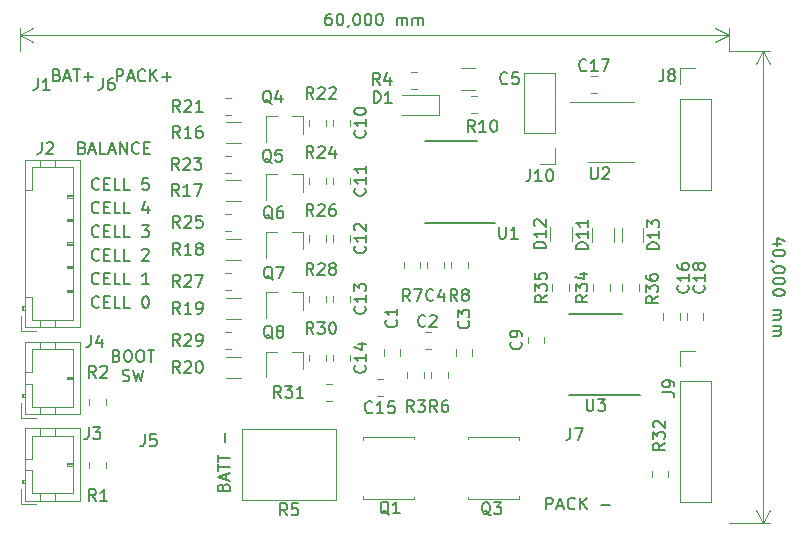
<source format=gbr>
G04 #@! TF.GenerationSoftware,KiCad,Pcbnew,5.1.5-52549c5~84~ubuntu18.04.1*
G04 #@! TF.CreationDate,2020-01-08T12:56:45+02:00*
G04 #@! TF.ProjectId,bq76920,62713736-3932-4302-9e6b-696361645f70,rev?*
G04 #@! TF.SameCoordinates,Original*
G04 #@! TF.FileFunction,Legend,Top*
G04 #@! TF.FilePolarity,Positive*
%FSLAX46Y46*%
G04 Gerber Fmt 4.6, Leading zero omitted, Abs format (unit mm)*
G04 Created by KiCad (PCBNEW 5.1.5-52549c5~84~ubuntu18.04.1) date 2020-01-08 12:56:45*
%MOMM*%
%LPD*%
G04 APERTURE LIST*
%ADD10C,0.150000*%
%ADD11C,0.120000*%
G04 APERTURE END LIST*
D10*
X84434285Y-36333333D02*
X83767619Y-36333333D01*
X84815238Y-36095238D02*
X84100952Y-35857142D01*
X84100952Y-36476190D01*
X84767619Y-37047619D02*
X84767619Y-37142857D01*
X84720000Y-37238095D01*
X84672380Y-37285714D01*
X84577142Y-37333333D01*
X84386666Y-37380952D01*
X84148571Y-37380952D01*
X83958095Y-37333333D01*
X83862857Y-37285714D01*
X83815238Y-37238095D01*
X83767619Y-37142857D01*
X83767619Y-37047619D01*
X83815238Y-36952380D01*
X83862857Y-36904761D01*
X83958095Y-36857142D01*
X84148571Y-36809523D01*
X84386666Y-36809523D01*
X84577142Y-36857142D01*
X84672380Y-36904761D01*
X84720000Y-36952380D01*
X84767619Y-37047619D01*
X83815238Y-37857142D02*
X83767619Y-37857142D01*
X83672380Y-37809523D01*
X83624761Y-37761904D01*
X84767619Y-38476190D02*
X84767619Y-38571428D01*
X84720000Y-38666666D01*
X84672380Y-38714285D01*
X84577142Y-38761904D01*
X84386666Y-38809523D01*
X84148571Y-38809523D01*
X83958095Y-38761904D01*
X83862857Y-38714285D01*
X83815238Y-38666666D01*
X83767619Y-38571428D01*
X83767619Y-38476190D01*
X83815238Y-38380952D01*
X83862857Y-38333333D01*
X83958095Y-38285714D01*
X84148571Y-38238095D01*
X84386666Y-38238095D01*
X84577142Y-38285714D01*
X84672380Y-38333333D01*
X84720000Y-38380952D01*
X84767619Y-38476190D01*
X84767619Y-39428571D02*
X84767619Y-39523809D01*
X84720000Y-39619047D01*
X84672380Y-39666666D01*
X84577142Y-39714285D01*
X84386666Y-39761904D01*
X84148571Y-39761904D01*
X83958095Y-39714285D01*
X83862857Y-39666666D01*
X83815238Y-39619047D01*
X83767619Y-39523809D01*
X83767619Y-39428571D01*
X83815238Y-39333333D01*
X83862857Y-39285714D01*
X83958095Y-39238095D01*
X84148571Y-39190476D01*
X84386666Y-39190476D01*
X84577142Y-39238095D01*
X84672380Y-39285714D01*
X84720000Y-39333333D01*
X84767619Y-39428571D01*
X84767619Y-40380952D02*
X84767619Y-40476190D01*
X84720000Y-40571428D01*
X84672380Y-40619047D01*
X84577142Y-40666666D01*
X84386666Y-40714285D01*
X84148571Y-40714285D01*
X83958095Y-40666666D01*
X83862857Y-40619047D01*
X83815238Y-40571428D01*
X83767619Y-40476190D01*
X83767619Y-40380952D01*
X83815238Y-40285714D01*
X83862857Y-40238095D01*
X83958095Y-40190476D01*
X84148571Y-40142857D01*
X84386666Y-40142857D01*
X84577142Y-40190476D01*
X84672380Y-40238095D01*
X84720000Y-40285714D01*
X84767619Y-40380952D01*
X83767619Y-41904761D02*
X84434285Y-41904761D01*
X84339047Y-41904761D02*
X84386666Y-41952380D01*
X84434285Y-42047619D01*
X84434285Y-42190476D01*
X84386666Y-42285714D01*
X84291428Y-42333333D01*
X83767619Y-42333333D01*
X84291428Y-42333333D02*
X84386666Y-42380952D01*
X84434285Y-42476190D01*
X84434285Y-42619047D01*
X84386666Y-42714285D01*
X84291428Y-42761904D01*
X83767619Y-42761904D01*
X83767619Y-43238095D02*
X84434285Y-43238095D01*
X84339047Y-43238095D02*
X84386666Y-43285714D01*
X84434285Y-43380952D01*
X84434285Y-43523809D01*
X84386666Y-43619047D01*
X84291428Y-43666666D01*
X83767619Y-43666666D01*
X84291428Y-43666666D02*
X84386666Y-43714285D01*
X84434285Y-43809523D01*
X84434285Y-43952380D01*
X84386666Y-44047619D01*
X84291428Y-44095238D01*
X83767619Y-44095238D01*
D11*
X82950000Y-20000000D02*
X82950000Y-60000000D01*
X80000000Y-20000000D02*
X83536421Y-20000000D01*
X80000000Y-60000000D02*
X83536421Y-60000000D01*
X82950000Y-60000000D02*
X82363579Y-58873496D01*
X82950000Y-60000000D02*
X83536421Y-58873496D01*
X82950000Y-20000000D02*
X82363579Y-21126504D01*
X82950000Y-20000000D02*
X83536421Y-21126504D01*
D10*
X46333333Y-16832381D02*
X46142857Y-16832381D01*
X46047619Y-16880001D01*
X46000000Y-16927620D01*
X45904761Y-17070477D01*
X45857142Y-17260953D01*
X45857142Y-17641905D01*
X45904761Y-17737143D01*
X45952380Y-17784762D01*
X46047619Y-17832381D01*
X46238095Y-17832381D01*
X46333333Y-17784762D01*
X46380952Y-17737143D01*
X46428571Y-17641905D01*
X46428571Y-17403810D01*
X46380952Y-17308572D01*
X46333333Y-17260953D01*
X46238095Y-17213334D01*
X46047619Y-17213334D01*
X45952380Y-17260953D01*
X45904761Y-17308572D01*
X45857142Y-17403810D01*
X47047619Y-16832381D02*
X47142857Y-16832381D01*
X47238095Y-16880001D01*
X47285714Y-16927620D01*
X47333333Y-17022858D01*
X47380952Y-17213334D01*
X47380952Y-17451429D01*
X47333333Y-17641905D01*
X47285714Y-17737143D01*
X47238095Y-17784762D01*
X47142857Y-17832381D01*
X47047619Y-17832381D01*
X46952380Y-17784762D01*
X46904761Y-17737143D01*
X46857142Y-17641905D01*
X46809523Y-17451429D01*
X46809523Y-17213334D01*
X46857142Y-17022858D01*
X46904761Y-16927620D01*
X46952380Y-16880001D01*
X47047619Y-16832381D01*
X47857142Y-17784762D02*
X47857142Y-17832381D01*
X47809523Y-17927620D01*
X47761904Y-17975239D01*
X48476190Y-16832381D02*
X48571428Y-16832381D01*
X48666666Y-16880001D01*
X48714285Y-16927620D01*
X48761904Y-17022858D01*
X48809523Y-17213334D01*
X48809523Y-17451429D01*
X48761904Y-17641905D01*
X48714285Y-17737143D01*
X48666666Y-17784762D01*
X48571428Y-17832381D01*
X48476190Y-17832381D01*
X48380952Y-17784762D01*
X48333333Y-17737143D01*
X48285714Y-17641905D01*
X48238095Y-17451429D01*
X48238095Y-17213334D01*
X48285714Y-17022858D01*
X48333333Y-16927620D01*
X48380952Y-16880001D01*
X48476190Y-16832381D01*
X49428571Y-16832381D02*
X49523809Y-16832381D01*
X49619047Y-16880001D01*
X49666666Y-16927620D01*
X49714285Y-17022858D01*
X49761904Y-17213334D01*
X49761904Y-17451429D01*
X49714285Y-17641905D01*
X49666666Y-17737143D01*
X49619047Y-17784762D01*
X49523809Y-17832381D01*
X49428571Y-17832381D01*
X49333333Y-17784762D01*
X49285714Y-17737143D01*
X49238095Y-17641905D01*
X49190476Y-17451429D01*
X49190476Y-17213334D01*
X49238095Y-17022858D01*
X49285714Y-16927620D01*
X49333333Y-16880001D01*
X49428571Y-16832381D01*
X50380952Y-16832381D02*
X50476190Y-16832381D01*
X50571428Y-16880001D01*
X50619047Y-16927620D01*
X50666666Y-17022858D01*
X50714285Y-17213334D01*
X50714285Y-17451429D01*
X50666666Y-17641905D01*
X50619047Y-17737143D01*
X50571428Y-17784762D01*
X50476190Y-17832381D01*
X50380952Y-17832381D01*
X50285714Y-17784762D01*
X50238095Y-17737143D01*
X50190476Y-17641905D01*
X50142857Y-17451429D01*
X50142857Y-17213334D01*
X50190476Y-17022858D01*
X50238095Y-16927620D01*
X50285714Y-16880001D01*
X50380952Y-16832381D01*
X51904761Y-17832381D02*
X51904761Y-17165715D01*
X51904761Y-17260953D02*
X51952380Y-17213334D01*
X52047619Y-17165715D01*
X52190476Y-17165715D01*
X52285714Y-17213334D01*
X52333333Y-17308572D01*
X52333333Y-17832381D01*
X52333333Y-17308572D02*
X52380952Y-17213334D01*
X52476190Y-17165715D01*
X52619047Y-17165715D01*
X52714285Y-17213334D01*
X52761904Y-17308572D01*
X52761904Y-17832381D01*
X53238095Y-17832381D02*
X53238095Y-17165715D01*
X53238095Y-17260953D02*
X53285714Y-17213334D01*
X53380952Y-17165715D01*
X53523809Y-17165715D01*
X53619047Y-17213334D01*
X53666666Y-17308572D01*
X53666666Y-17832381D01*
X53666666Y-17308572D02*
X53714285Y-17213334D01*
X53809523Y-17165715D01*
X53952380Y-17165715D01*
X54047619Y-17213334D01*
X54095238Y-17308572D01*
X54095238Y-17832381D01*
D11*
X80000000Y-18650001D02*
X20000000Y-18650001D01*
X80000000Y-20000000D02*
X80000000Y-18063580D01*
X20000000Y-20000000D02*
X20000000Y-18063580D01*
X20000000Y-18650001D02*
X21126504Y-18063580D01*
X20000000Y-18650001D02*
X21126504Y-19236422D01*
X80000000Y-18650001D02*
X78873496Y-18063580D01*
X80000000Y-18650001D02*
X78873496Y-19236422D01*
D10*
X23133333Y-22028571D02*
X23276190Y-22076190D01*
X23323809Y-22123809D01*
X23371428Y-22219047D01*
X23371428Y-22361904D01*
X23323809Y-22457142D01*
X23276190Y-22504761D01*
X23180952Y-22552380D01*
X22800000Y-22552380D01*
X22800000Y-21552380D01*
X23133333Y-21552380D01*
X23228571Y-21600000D01*
X23276190Y-21647619D01*
X23323809Y-21742857D01*
X23323809Y-21838095D01*
X23276190Y-21933333D01*
X23228571Y-21980952D01*
X23133333Y-22028571D01*
X22800000Y-22028571D01*
X23752380Y-22266666D02*
X24228571Y-22266666D01*
X23657142Y-22552380D02*
X23990476Y-21552380D01*
X24323809Y-22552380D01*
X24514285Y-21552380D02*
X25085714Y-21552380D01*
X24800000Y-22552380D02*
X24800000Y-21552380D01*
X25419047Y-22171428D02*
X26180952Y-22171428D01*
X25800000Y-22552380D02*
X25800000Y-21790476D01*
X28180952Y-22552380D02*
X28180952Y-21552380D01*
X28561904Y-21552380D01*
X28657142Y-21600000D01*
X28704761Y-21647619D01*
X28752380Y-21742857D01*
X28752380Y-21885714D01*
X28704761Y-21980952D01*
X28657142Y-22028571D01*
X28561904Y-22076190D01*
X28180952Y-22076190D01*
X29133333Y-22266666D02*
X29609523Y-22266666D01*
X29038095Y-22552380D02*
X29371428Y-21552380D01*
X29704761Y-22552380D01*
X30609523Y-22457142D02*
X30561904Y-22504761D01*
X30419047Y-22552380D01*
X30323809Y-22552380D01*
X30180952Y-22504761D01*
X30085714Y-22409523D01*
X30038095Y-22314285D01*
X29990476Y-22123809D01*
X29990476Y-21980952D01*
X30038095Y-21790476D01*
X30085714Y-21695238D01*
X30180952Y-21600000D01*
X30323809Y-21552380D01*
X30419047Y-21552380D01*
X30561904Y-21600000D01*
X30609523Y-21647619D01*
X31038095Y-22552380D02*
X31038095Y-21552380D01*
X31609523Y-22552380D02*
X31180952Y-21980952D01*
X31609523Y-21552380D02*
X31038095Y-22123809D01*
X32038095Y-22171428D02*
X32800000Y-22171428D01*
X32419047Y-22552380D02*
X32419047Y-21790476D01*
X25283333Y-28178571D02*
X25426190Y-28226190D01*
X25473809Y-28273809D01*
X25521428Y-28369047D01*
X25521428Y-28511904D01*
X25473809Y-28607142D01*
X25426190Y-28654761D01*
X25330952Y-28702380D01*
X24950000Y-28702380D01*
X24950000Y-27702380D01*
X25283333Y-27702380D01*
X25378571Y-27750000D01*
X25426190Y-27797619D01*
X25473809Y-27892857D01*
X25473809Y-27988095D01*
X25426190Y-28083333D01*
X25378571Y-28130952D01*
X25283333Y-28178571D01*
X24950000Y-28178571D01*
X25902380Y-28416666D02*
X26378571Y-28416666D01*
X25807142Y-28702380D02*
X26140476Y-27702380D01*
X26473809Y-28702380D01*
X27283333Y-28702380D02*
X26807142Y-28702380D01*
X26807142Y-27702380D01*
X27569047Y-28416666D02*
X28045238Y-28416666D01*
X27473809Y-28702380D02*
X27807142Y-27702380D01*
X28140476Y-28702380D01*
X28473809Y-28702380D02*
X28473809Y-27702380D01*
X29045238Y-28702380D01*
X29045238Y-27702380D01*
X30092857Y-28607142D02*
X30045238Y-28654761D01*
X29902380Y-28702380D01*
X29807142Y-28702380D01*
X29664285Y-28654761D01*
X29569047Y-28559523D01*
X29521428Y-28464285D01*
X29473809Y-28273809D01*
X29473809Y-28130952D01*
X29521428Y-27940476D01*
X29569047Y-27845238D01*
X29664285Y-27750000D01*
X29807142Y-27702380D01*
X29902380Y-27702380D01*
X30045238Y-27750000D01*
X30092857Y-27797619D01*
X30521428Y-28178571D02*
X30854761Y-28178571D01*
X30997619Y-28702380D02*
X30521428Y-28702380D01*
X30521428Y-27702380D01*
X30997619Y-27702380D01*
X64559523Y-58802380D02*
X64559523Y-57802380D01*
X64940476Y-57802380D01*
X65035714Y-57850000D01*
X65083333Y-57897619D01*
X65130952Y-57992857D01*
X65130952Y-58135714D01*
X65083333Y-58230952D01*
X65035714Y-58278571D01*
X64940476Y-58326190D01*
X64559523Y-58326190D01*
X65511904Y-58516666D02*
X65988095Y-58516666D01*
X65416666Y-58802380D02*
X65750000Y-57802380D01*
X66083333Y-58802380D01*
X66988095Y-58707142D02*
X66940476Y-58754761D01*
X66797619Y-58802380D01*
X66702380Y-58802380D01*
X66559523Y-58754761D01*
X66464285Y-58659523D01*
X66416666Y-58564285D01*
X66369047Y-58373809D01*
X66369047Y-58230952D01*
X66416666Y-58040476D01*
X66464285Y-57945238D01*
X66559523Y-57850000D01*
X66702380Y-57802380D01*
X66797619Y-57802380D01*
X66940476Y-57850000D01*
X66988095Y-57897619D01*
X67416666Y-58802380D02*
X67416666Y-57802380D01*
X67988095Y-58802380D02*
X67559523Y-58230952D01*
X67988095Y-57802380D02*
X67416666Y-58373809D01*
X69178571Y-58421428D02*
X69940476Y-58421428D01*
X37228571Y-56919047D02*
X37276190Y-56776190D01*
X37323809Y-56728571D01*
X37419047Y-56680952D01*
X37561904Y-56680952D01*
X37657142Y-56728571D01*
X37704761Y-56776190D01*
X37752380Y-56871428D01*
X37752380Y-57252380D01*
X36752380Y-57252380D01*
X36752380Y-56919047D01*
X36800000Y-56823809D01*
X36847619Y-56776190D01*
X36942857Y-56728571D01*
X37038095Y-56728571D01*
X37133333Y-56776190D01*
X37180952Y-56823809D01*
X37228571Y-56919047D01*
X37228571Y-57252380D01*
X37466666Y-56300000D02*
X37466666Y-55823809D01*
X37752380Y-56395238D02*
X36752380Y-56061904D01*
X37752380Y-55728571D01*
X36752380Y-55538095D02*
X36752380Y-54966666D01*
X37752380Y-55252380D02*
X36752380Y-55252380D01*
X36752380Y-54776190D02*
X36752380Y-54204761D01*
X37752380Y-54490476D02*
X36752380Y-54490476D01*
X37371428Y-53109523D02*
X37371428Y-52347619D01*
X26690476Y-41657142D02*
X26642857Y-41704761D01*
X26500000Y-41752380D01*
X26404761Y-41752380D01*
X26261904Y-41704761D01*
X26166666Y-41609523D01*
X26119047Y-41514285D01*
X26071428Y-41323809D01*
X26071428Y-41180952D01*
X26119047Y-40990476D01*
X26166666Y-40895238D01*
X26261904Y-40800000D01*
X26404761Y-40752380D01*
X26500000Y-40752380D01*
X26642857Y-40800000D01*
X26690476Y-40847619D01*
X27119047Y-41228571D02*
X27452380Y-41228571D01*
X27595238Y-41752380D02*
X27119047Y-41752380D01*
X27119047Y-40752380D01*
X27595238Y-40752380D01*
X28500000Y-41752380D02*
X28023809Y-41752380D01*
X28023809Y-40752380D01*
X29309523Y-41752380D02*
X28833333Y-41752380D01*
X28833333Y-40752380D01*
X30595238Y-40752380D02*
X30690476Y-40752380D01*
X30785714Y-40800000D01*
X30833333Y-40847619D01*
X30880952Y-40942857D01*
X30928571Y-41133333D01*
X30928571Y-41371428D01*
X30880952Y-41561904D01*
X30833333Y-41657142D01*
X30785714Y-41704761D01*
X30690476Y-41752380D01*
X30595238Y-41752380D01*
X30500000Y-41704761D01*
X30452380Y-41657142D01*
X30404761Y-41561904D01*
X30357142Y-41371428D01*
X30357142Y-41133333D01*
X30404761Y-40942857D01*
X30452380Y-40847619D01*
X30500000Y-40800000D01*
X30595238Y-40752380D01*
X26690476Y-39657142D02*
X26642857Y-39704761D01*
X26500000Y-39752380D01*
X26404761Y-39752380D01*
X26261904Y-39704761D01*
X26166666Y-39609523D01*
X26119047Y-39514285D01*
X26071428Y-39323809D01*
X26071428Y-39180952D01*
X26119047Y-38990476D01*
X26166666Y-38895238D01*
X26261904Y-38800000D01*
X26404761Y-38752380D01*
X26500000Y-38752380D01*
X26642857Y-38800000D01*
X26690476Y-38847619D01*
X27119047Y-39228571D02*
X27452380Y-39228571D01*
X27595238Y-39752380D02*
X27119047Y-39752380D01*
X27119047Y-38752380D01*
X27595238Y-38752380D01*
X28500000Y-39752380D02*
X28023809Y-39752380D01*
X28023809Y-38752380D01*
X29309523Y-39752380D02*
X28833333Y-39752380D01*
X28833333Y-38752380D01*
X30928571Y-39752380D02*
X30357142Y-39752380D01*
X30642857Y-39752380D02*
X30642857Y-38752380D01*
X30547619Y-38895238D01*
X30452380Y-38990476D01*
X30357142Y-39038095D01*
X26690476Y-37657142D02*
X26642857Y-37704761D01*
X26500000Y-37752380D01*
X26404761Y-37752380D01*
X26261904Y-37704761D01*
X26166666Y-37609523D01*
X26119047Y-37514285D01*
X26071428Y-37323809D01*
X26071428Y-37180952D01*
X26119047Y-36990476D01*
X26166666Y-36895238D01*
X26261904Y-36800000D01*
X26404761Y-36752380D01*
X26500000Y-36752380D01*
X26642857Y-36800000D01*
X26690476Y-36847619D01*
X27119047Y-37228571D02*
X27452380Y-37228571D01*
X27595238Y-37752380D02*
X27119047Y-37752380D01*
X27119047Y-36752380D01*
X27595238Y-36752380D01*
X28500000Y-37752380D02*
X28023809Y-37752380D01*
X28023809Y-36752380D01*
X29309523Y-37752380D02*
X28833333Y-37752380D01*
X28833333Y-36752380D01*
X30357142Y-36847619D02*
X30404761Y-36800000D01*
X30500000Y-36752380D01*
X30738095Y-36752380D01*
X30833333Y-36800000D01*
X30880952Y-36847619D01*
X30928571Y-36942857D01*
X30928571Y-37038095D01*
X30880952Y-37180952D01*
X30309523Y-37752380D01*
X30928571Y-37752380D01*
X26690476Y-35657142D02*
X26642857Y-35704761D01*
X26500000Y-35752380D01*
X26404761Y-35752380D01*
X26261904Y-35704761D01*
X26166666Y-35609523D01*
X26119047Y-35514285D01*
X26071428Y-35323809D01*
X26071428Y-35180952D01*
X26119047Y-34990476D01*
X26166666Y-34895238D01*
X26261904Y-34800000D01*
X26404761Y-34752380D01*
X26500000Y-34752380D01*
X26642857Y-34800000D01*
X26690476Y-34847619D01*
X27119047Y-35228571D02*
X27452380Y-35228571D01*
X27595238Y-35752380D02*
X27119047Y-35752380D01*
X27119047Y-34752380D01*
X27595238Y-34752380D01*
X28500000Y-35752380D02*
X28023809Y-35752380D01*
X28023809Y-34752380D01*
X29309523Y-35752380D02*
X28833333Y-35752380D01*
X28833333Y-34752380D01*
X30309523Y-34752380D02*
X30928571Y-34752380D01*
X30595238Y-35133333D01*
X30738095Y-35133333D01*
X30833333Y-35180952D01*
X30880952Y-35228571D01*
X30928571Y-35323809D01*
X30928571Y-35561904D01*
X30880952Y-35657142D01*
X30833333Y-35704761D01*
X30738095Y-35752380D01*
X30452380Y-35752380D01*
X30357142Y-35704761D01*
X30309523Y-35657142D01*
X26690476Y-33657142D02*
X26642857Y-33704761D01*
X26500000Y-33752380D01*
X26404761Y-33752380D01*
X26261904Y-33704761D01*
X26166666Y-33609523D01*
X26119047Y-33514285D01*
X26071428Y-33323809D01*
X26071428Y-33180952D01*
X26119047Y-32990476D01*
X26166666Y-32895238D01*
X26261904Y-32800000D01*
X26404761Y-32752380D01*
X26500000Y-32752380D01*
X26642857Y-32800000D01*
X26690476Y-32847619D01*
X27119047Y-33228571D02*
X27452380Y-33228571D01*
X27595238Y-33752380D02*
X27119047Y-33752380D01*
X27119047Y-32752380D01*
X27595238Y-32752380D01*
X28500000Y-33752380D02*
X28023809Y-33752380D01*
X28023809Y-32752380D01*
X29309523Y-33752380D02*
X28833333Y-33752380D01*
X28833333Y-32752380D01*
X30833333Y-33085714D02*
X30833333Y-33752380D01*
X30595238Y-32704761D02*
X30357142Y-33419047D01*
X30976190Y-33419047D01*
X26690476Y-31657142D02*
X26642857Y-31704761D01*
X26500000Y-31752380D01*
X26404761Y-31752380D01*
X26261904Y-31704761D01*
X26166666Y-31609523D01*
X26119047Y-31514285D01*
X26071428Y-31323809D01*
X26071428Y-31180952D01*
X26119047Y-30990476D01*
X26166666Y-30895238D01*
X26261904Y-30800000D01*
X26404761Y-30752380D01*
X26500000Y-30752380D01*
X26642857Y-30800000D01*
X26690476Y-30847619D01*
X27119047Y-31228571D02*
X27452380Y-31228571D01*
X27595238Y-31752380D02*
X27119047Y-31752380D01*
X27119047Y-30752380D01*
X27595238Y-30752380D01*
X28500000Y-31752380D02*
X28023809Y-31752380D01*
X28023809Y-30752380D01*
X29309523Y-31752380D02*
X28833333Y-31752380D01*
X28833333Y-30752380D01*
X30880952Y-30752380D02*
X30404761Y-30752380D01*
X30357142Y-31228571D01*
X30404761Y-31180952D01*
X30500000Y-31133333D01*
X30738095Y-31133333D01*
X30833333Y-31180952D01*
X30880952Y-31228571D01*
X30928571Y-31323809D01*
X30928571Y-31561904D01*
X30880952Y-31657142D01*
X30833333Y-31704761D01*
X30738095Y-31752380D01*
X30500000Y-31752380D01*
X30404761Y-31704761D01*
X30357142Y-31657142D01*
X28192857Y-45803571D02*
X28335714Y-45851190D01*
X28383333Y-45898809D01*
X28430952Y-45994047D01*
X28430952Y-46136904D01*
X28383333Y-46232142D01*
X28335714Y-46279761D01*
X28240476Y-46327380D01*
X27859523Y-46327380D01*
X27859523Y-45327380D01*
X28192857Y-45327380D01*
X28288095Y-45375000D01*
X28335714Y-45422619D01*
X28383333Y-45517857D01*
X28383333Y-45613095D01*
X28335714Y-45708333D01*
X28288095Y-45755952D01*
X28192857Y-45803571D01*
X27859523Y-45803571D01*
X29050000Y-45327380D02*
X29240476Y-45327380D01*
X29335714Y-45375000D01*
X29430952Y-45470238D01*
X29478571Y-45660714D01*
X29478571Y-45994047D01*
X29430952Y-46184523D01*
X29335714Y-46279761D01*
X29240476Y-46327380D01*
X29050000Y-46327380D01*
X28954761Y-46279761D01*
X28859523Y-46184523D01*
X28811904Y-45994047D01*
X28811904Y-45660714D01*
X28859523Y-45470238D01*
X28954761Y-45375000D01*
X29050000Y-45327380D01*
X30097619Y-45327380D02*
X30288095Y-45327380D01*
X30383333Y-45375000D01*
X30478571Y-45470238D01*
X30526190Y-45660714D01*
X30526190Y-45994047D01*
X30478571Y-46184523D01*
X30383333Y-46279761D01*
X30288095Y-46327380D01*
X30097619Y-46327380D01*
X30002380Y-46279761D01*
X29907142Y-46184523D01*
X29859523Y-45994047D01*
X29859523Y-45660714D01*
X29907142Y-45470238D01*
X30002380Y-45375000D01*
X30097619Y-45327380D01*
X30811904Y-45327380D02*
X31383333Y-45327380D01*
X31097619Y-46327380D02*
X31097619Y-45327380D01*
X28692857Y-47929761D02*
X28835714Y-47977380D01*
X29073809Y-47977380D01*
X29169047Y-47929761D01*
X29216666Y-47882142D01*
X29264285Y-47786904D01*
X29264285Y-47691666D01*
X29216666Y-47596428D01*
X29169047Y-47548809D01*
X29073809Y-47501190D01*
X28883333Y-47453571D01*
X28788095Y-47405952D01*
X28740476Y-47358333D01*
X28692857Y-47263095D01*
X28692857Y-47167857D01*
X28740476Y-47072619D01*
X28788095Y-47025000D01*
X28883333Y-46977380D01*
X29121428Y-46977380D01*
X29264285Y-47025000D01*
X29597619Y-46977380D02*
X29835714Y-47977380D01*
X30026190Y-47263095D01*
X30216666Y-47977380D01*
X30454761Y-46977380D01*
D11*
X65330000Y-21830000D02*
X62670000Y-21830000D01*
X65330000Y-26970000D02*
X65330000Y-21830000D01*
X62670000Y-26970000D02*
X62670000Y-21830000D01*
X65330000Y-26970000D02*
X62670000Y-26970000D01*
X65330000Y-28240000D02*
X65330000Y-29570000D01*
X65330000Y-29570000D02*
X64000000Y-29570000D01*
X45910000Y-46261252D02*
X45910000Y-45738748D01*
X44490000Y-46261252D02*
X44490000Y-45738748D01*
X70050000Y-29410000D02*
X72000000Y-29410000D01*
X70050000Y-29410000D02*
X68100000Y-29410000D01*
X70050000Y-24290000D02*
X72000000Y-24290000D01*
X70050000Y-24290000D02*
X66600000Y-24290000D01*
X56890000Y-45786252D02*
X56890000Y-45263748D01*
X58310000Y-45786252D02*
X58310000Y-45263748D01*
X43980000Y-25540000D02*
X43980000Y-27000000D01*
X40820000Y-25540000D02*
X40820000Y-27700000D01*
X40820000Y-25540000D02*
X41750000Y-25540000D01*
X43980000Y-25540000D02*
X43050000Y-25540000D01*
X43980000Y-40440000D02*
X43980000Y-41900000D01*
X40820000Y-40440000D02*
X40820000Y-42600000D01*
X40820000Y-40440000D02*
X41750000Y-40440000D01*
X43980000Y-40440000D02*
X43050000Y-40440000D01*
X43980000Y-45440000D02*
X43980000Y-46900000D01*
X40820000Y-45440000D02*
X40820000Y-47600000D01*
X40820000Y-45440000D02*
X41750000Y-45440000D01*
X43980000Y-45440000D02*
X43050000Y-45440000D01*
X45910000Y-41236252D02*
X45910000Y-40713748D01*
X44490000Y-41236252D02*
X44490000Y-40713748D01*
X37886252Y-45210000D02*
X37363748Y-45210000D01*
X37886252Y-43790000D02*
X37363748Y-43790000D01*
X37886252Y-40210000D02*
X37363748Y-40210000D01*
X37886252Y-38790000D02*
X37363748Y-38790000D01*
X46490000Y-40713748D02*
X46490000Y-41236252D01*
X47910000Y-40713748D02*
X47910000Y-41236252D01*
X38689564Y-42710000D02*
X37485436Y-42710000D01*
X38689564Y-40890000D02*
X37485436Y-40890000D01*
X38689564Y-47710000D02*
X37485436Y-47710000D01*
X38689564Y-45890000D02*
X37485436Y-45890000D01*
X46490000Y-45713748D02*
X46490000Y-46236252D01*
X47910000Y-45713748D02*
X47910000Y-46236252D01*
X52210000Y-45263748D02*
X52210000Y-45786252D01*
X50790000Y-45263748D02*
X50790000Y-45786252D01*
X54786252Y-43790000D02*
X54263748Y-43790000D01*
X54786252Y-45210000D02*
X54263748Y-45210000D01*
X54490000Y-38386252D02*
X54490000Y-37863748D01*
X55910000Y-38386252D02*
X55910000Y-37863748D01*
X47910000Y-25813748D02*
X47910000Y-26336252D01*
X46490000Y-25813748D02*
X46490000Y-26336252D01*
X46490000Y-30713748D02*
X46490000Y-31236252D01*
X47910000Y-30713748D02*
X47910000Y-31236252D01*
X47910000Y-35613748D02*
X47910000Y-36136252D01*
X46490000Y-35613748D02*
X46490000Y-36136252D01*
X50213748Y-47790000D02*
X50736252Y-47790000D01*
X50213748Y-49210000D02*
X50736252Y-49210000D01*
X20390000Y-43360000D02*
X25110000Y-43360000D01*
X25110000Y-43360000D02*
X25110000Y-29240000D01*
X25110000Y-29240000D02*
X20390000Y-29240000D01*
X20390000Y-29240000D02*
X20390000Y-43360000D01*
X20390000Y-41600000D02*
X20190000Y-41600000D01*
X20190000Y-41600000D02*
X20190000Y-41900000D01*
X20190000Y-41900000D02*
X20390000Y-41900000D01*
X20290000Y-41600000D02*
X20290000Y-41900000D01*
X20390000Y-40800000D02*
X21000000Y-40800000D01*
X21000000Y-40800000D02*
X21000000Y-42750000D01*
X21000000Y-42750000D02*
X24500000Y-42750000D01*
X24500000Y-42750000D02*
X24500000Y-29850000D01*
X24500000Y-29850000D02*
X21000000Y-29850000D01*
X21000000Y-29850000D02*
X21000000Y-31800000D01*
X21000000Y-31800000D02*
X20390000Y-31800000D01*
X21700000Y-43360000D02*
X21700000Y-42750000D01*
X23000000Y-43360000D02*
X23000000Y-42750000D01*
X21700000Y-29240000D02*
X21700000Y-29850000D01*
X23000000Y-29240000D02*
X23000000Y-29850000D01*
X24500000Y-40400000D02*
X24000000Y-40400000D01*
X24000000Y-40400000D02*
X24000000Y-40200000D01*
X24000000Y-40200000D02*
X24500000Y-40200000D01*
X24500000Y-40300000D02*
X24000000Y-40300000D01*
X24500000Y-38400000D02*
X24000000Y-38400000D01*
X24000000Y-38400000D02*
X24000000Y-38200000D01*
X24000000Y-38200000D02*
X24500000Y-38200000D01*
X24500000Y-38300000D02*
X24000000Y-38300000D01*
X24500000Y-36400000D02*
X24000000Y-36400000D01*
X24000000Y-36400000D02*
X24000000Y-36200000D01*
X24000000Y-36200000D02*
X24500000Y-36200000D01*
X24500000Y-36300000D02*
X24000000Y-36300000D01*
X24500000Y-34400000D02*
X24000000Y-34400000D01*
X24000000Y-34400000D02*
X24000000Y-34200000D01*
X24000000Y-34200000D02*
X24500000Y-34200000D01*
X24500000Y-34300000D02*
X24000000Y-34300000D01*
X24500000Y-32400000D02*
X24000000Y-32400000D01*
X24000000Y-32400000D02*
X24000000Y-32200000D01*
X24000000Y-32200000D02*
X24500000Y-32200000D01*
X24500000Y-32300000D02*
X24000000Y-32300000D01*
X20090000Y-42410000D02*
X20090000Y-43660000D01*
X20090000Y-43660000D02*
X21340000Y-43660000D01*
X20390000Y-58060000D02*
X25110000Y-58060000D01*
X25110000Y-58060000D02*
X25110000Y-51940000D01*
X25110000Y-51940000D02*
X20390000Y-51940000D01*
X20390000Y-51940000D02*
X20390000Y-58060000D01*
X20390000Y-56300000D02*
X20190000Y-56300000D01*
X20190000Y-56300000D02*
X20190000Y-56600000D01*
X20190000Y-56600000D02*
X20390000Y-56600000D01*
X20290000Y-56300000D02*
X20290000Y-56600000D01*
X20390000Y-55500000D02*
X21000000Y-55500000D01*
X21000000Y-55500000D02*
X21000000Y-57450000D01*
X21000000Y-57450000D02*
X24500000Y-57450000D01*
X24500000Y-57450000D02*
X24500000Y-52550000D01*
X24500000Y-52550000D02*
X21000000Y-52550000D01*
X21000000Y-52550000D02*
X21000000Y-54500000D01*
X21000000Y-54500000D02*
X20390000Y-54500000D01*
X21700000Y-58060000D02*
X21700000Y-57450000D01*
X23000000Y-58060000D02*
X23000000Y-57450000D01*
X21700000Y-51940000D02*
X21700000Y-52550000D01*
X23000000Y-51940000D02*
X23000000Y-52550000D01*
X24500000Y-55100000D02*
X24000000Y-55100000D01*
X24000000Y-55100000D02*
X24000000Y-54900000D01*
X24000000Y-54900000D02*
X24500000Y-54900000D01*
X24500000Y-55000000D02*
X24000000Y-55000000D01*
X20090000Y-57110000D02*
X20090000Y-58360000D01*
X20090000Y-58360000D02*
X21340000Y-58360000D01*
X20090000Y-51060000D02*
X21340000Y-51060000D01*
X20090000Y-49810000D02*
X20090000Y-51060000D01*
X24500000Y-47700000D02*
X24000000Y-47700000D01*
X24000000Y-47600000D02*
X24500000Y-47600000D01*
X24000000Y-47800000D02*
X24000000Y-47600000D01*
X24500000Y-47800000D02*
X24000000Y-47800000D01*
X23000000Y-44640000D02*
X23000000Y-45250000D01*
X21700000Y-44640000D02*
X21700000Y-45250000D01*
X23000000Y-50760000D02*
X23000000Y-50150000D01*
X21700000Y-50760000D02*
X21700000Y-50150000D01*
X21000000Y-47200000D02*
X20390000Y-47200000D01*
X21000000Y-45250000D02*
X21000000Y-47200000D01*
X24500000Y-45250000D02*
X21000000Y-45250000D01*
X24500000Y-50150000D02*
X24500000Y-45250000D01*
X21000000Y-50150000D02*
X24500000Y-50150000D01*
X21000000Y-48200000D02*
X21000000Y-50150000D01*
X20390000Y-48200000D02*
X21000000Y-48200000D01*
X20290000Y-49000000D02*
X20290000Y-49300000D01*
X20190000Y-49300000D02*
X20390000Y-49300000D01*
X20190000Y-49000000D02*
X20190000Y-49300000D01*
X20390000Y-49000000D02*
X20190000Y-49000000D01*
X20390000Y-44640000D02*
X20390000Y-50760000D01*
X25110000Y-44640000D02*
X20390000Y-44640000D01*
X25110000Y-50760000D02*
X25110000Y-44640000D01*
X20390000Y-50760000D02*
X25110000Y-50760000D01*
X49050000Y-52700000D02*
X49050000Y-52900000D01*
X53350000Y-52700000D02*
X49050000Y-52700000D01*
X53350000Y-52850000D02*
X53350000Y-52700000D01*
X53350000Y-57900000D02*
X53350000Y-57750000D01*
X49050000Y-57900000D02*
X53350000Y-57900000D01*
X49050000Y-57700000D02*
X49050000Y-57900000D01*
X62250000Y-52900000D02*
X62250000Y-52700000D01*
X62250000Y-52700000D02*
X57950000Y-52700000D01*
X57950000Y-52700000D02*
X57950000Y-52850000D01*
X57950000Y-57750000D02*
X57950000Y-57900000D01*
X57950000Y-57900000D02*
X62250000Y-57900000D01*
X62250000Y-57900000D02*
X62250000Y-57700000D01*
X43980000Y-30440000D02*
X43980000Y-31900000D01*
X40820000Y-30440000D02*
X40820000Y-32600000D01*
X40820000Y-30440000D02*
X41750000Y-30440000D01*
X43980000Y-30440000D02*
X43050000Y-30440000D01*
X43980000Y-35340000D02*
X43980000Y-36800000D01*
X40820000Y-35340000D02*
X40820000Y-37500000D01*
X40820000Y-35340000D02*
X41750000Y-35340000D01*
X43980000Y-35340000D02*
X43050000Y-35340000D01*
X25890000Y-54763748D02*
X25890000Y-55286252D01*
X27310000Y-54763748D02*
X27310000Y-55286252D01*
X25890000Y-49986252D02*
X25890000Y-49463748D01*
X27310000Y-49986252D02*
X27310000Y-49463748D01*
X52790000Y-47163748D02*
X52790000Y-47686252D01*
X54210000Y-47163748D02*
X54210000Y-47686252D01*
X46800000Y-58000000D02*
X38800000Y-58000000D01*
X38800000Y-58000000D02*
X38800000Y-52000000D01*
X38800000Y-52000000D02*
X46800000Y-52000000D01*
X46800000Y-52000000D02*
X46800000Y-58000000D01*
X56260000Y-47163748D02*
X56260000Y-47686252D01*
X54840000Y-47163748D02*
X54840000Y-47686252D01*
X52490000Y-37863748D02*
X52490000Y-38386252D01*
X53910000Y-37863748D02*
X53910000Y-38386252D01*
X56490000Y-38386252D02*
X56490000Y-37863748D01*
X57910000Y-38386252D02*
X57910000Y-37863748D01*
X38689564Y-27810000D02*
X37485436Y-27810000D01*
X38689564Y-25990000D02*
X37485436Y-25990000D01*
X38689564Y-30890000D02*
X37485436Y-30890000D01*
X38689564Y-32710000D02*
X37485436Y-32710000D01*
X38689564Y-35890000D02*
X37485436Y-35890000D01*
X38689564Y-37710000D02*
X37485436Y-37710000D01*
X37886252Y-23990000D02*
X37363748Y-23990000D01*
X37886252Y-25410000D02*
X37363748Y-25410000D01*
X44490000Y-26336252D02*
X44490000Y-25813748D01*
X45910000Y-26336252D02*
X45910000Y-25813748D01*
X37886252Y-30310000D02*
X37363748Y-30310000D01*
X37886252Y-28890000D02*
X37363748Y-28890000D01*
X44490000Y-31236252D02*
X44490000Y-30713748D01*
X45910000Y-31236252D02*
X45910000Y-30713748D01*
X37886252Y-35210000D02*
X37363748Y-35210000D01*
X37886252Y-33790000D02*
X37363748Y-33790000D01*
X45910000Y-36136252D02*
X45910000Y-35613748D01*
X44490000Y-36136252D02*
X44490000Y-35613748D01*
X46436252Y-49610000D02*
X45913748Y-49610000D01*
X46436252Y-48190000D02*
X45913748Y-48190000D01*
D10*
X58725000Y-27650000D02*
X54275000Y-27650000D01*
X60250000Y-34550000D02*
X54275000Y-34550000D01*
D11*
X57360436Y-21440000D02*
X58564564Y-21440000D01*
X57360436Y-23260000D02*
X58564564Y-23260000D01*
X64410000Y-44711252D02*
X64410000Y-44188748D01*
X62990000Y-44711252D02*
X62990000Y-44188748D01*
X74440000Y-42736252D02*
X74440000Y-42213748D01*
X75860000Y-42736252D02*
X75860000Y-42213748D01*
X68313748Y-23560000D02*
X68836252Y-23560000D01*
X68313748Y-22140000D02*
X68836252Y-22140000D01*
X76440000Y-42736252D02*
X76440000Y-42213748D01*
X77860000Y-42736252D02*
X77860000Y-42213748D01*
X55500000Y-25400000D02*
X52350000Y-25400000D01*
X55500000Y-23700000D02*
X52350000Y-23700000D01*
X55500000Y-25400000D02*
X55500000Y-23700000D01*
X68440000Y-34960436D02*
X68440000Y-36164564D01*
X70260000Y-34960436D02*
X70260000Y-36164564D01*
X66710000Y-34910436D02*
X66710000Y-36114564D01*
X64890000Y-34910436D02*
X64890000Y-36114564D01*
X70940000Y-34960436D02*
X70940000Y-36164564D01*
X72760000Y-34960436D02*
X72760000Y-36164564D01*
X75870000Y-58190000D02*
X78530000Y-58190000D01*
X75870000Y-47970000D02*
X75870000Y-58190000D01*
X78530000Y-47970000D02*
X78530000Y-58190000D01*
X75870000Y-47970000D02*
X78530000Y-47970000D01*
X75870000Y-46700000D02*
X75870000Y-45370000D01*
X75870000Y-45370000D02*
X77200000Y-45370000D01*
X53636252Y-21790000D02*
X53113748Y-21790000D01*
X53636252Y-23210000D02*
X53113748Y-23210000D01*
X58686252Y-25260000D02*
X58163748Y-25260000D01*
X58686252Y-23840000D02*
X58163748Y-23840000D01*
D10*
X70975000Y-42250000D02*
X66525000Y-42250000D01*
X72500000Y-49150000D02*
X66525000Y-49150000D01*
D11*
X68540000Y-40286252D02*
X68540000Y-39763748D01*
X69960000Y-40286252D02*
X69960000Y-39763748D01*
X66510000Y-40286252D02*
X66510000Y-39763748D01*
X65090000Y-40286252D02*
X65090000Y-39763748D01*
X70990000Y-40286252D02*
X70990000Y-39763748D01*
X72410000Y-40286252D02*
X72410000Y-39763748D01*
X73490000Y-56086252D02*
X73490000Y-55563748D01*
X74910000Y-56086252D02*
X74910000Y-55563748D01*
X75870000Y-31750000D02*
X78530000Y-31750000D01*
X75870000Y-24070000D02*
X75870000Y-31750000D01*
X78530000Y-24070000D02*
X78530000Y-31750000D01*
X75870000Y-24070000D02*
X78530000Y-24070000D01*
X75870000Y-22800000D02*
X75870000Y-21470000D01*
X75870000Y-21470000D02*
X77200000Y-21470000D01*
D10*
X63190476Y-30022380D02*
X63190476Y-30736666D01*
X63142857Y-30879523D01*
X63047619Y-30974761D01*
X62904761Y-31022380D01*
X62809523Y-31022380D01*
X64190476Y-31022380D02*
X63619047Y-31022380D01*
X63904761Y-31022380D02*
X63904761Y-30022380D01*
X63809523Y-30165238D01*
X63714285Y-30260476D01*
X63619047Y-30308095D01*
X64809523Y-30022380D02*
X64904761Y-30022380D01*
X65000000Y-30070000D01*
X65047619Y-30117619D01*
X65095238Y-30212857D01*
X65142857Y-30403333D01*
X65142857Y-30641428D01*
X65095238Y-30831904D01*
X65047619Y-30927142D01*
X65000000Y-30974761D01*
X64904761Y-31022380D01*
X64809523Y-31022380D01*
X64714285Y-30974761D01*
X64666666Y-30927142D01*
X64619047Y-30831904D01*
X64571428Y-30641428D01*
X64571428Y-30403333D01*
X64619047Y-30212857D01*
X64666666Y-30117619D01*
X64714285Y-30070000D01*
X64809523Y-30022380D01*
X44857142Y-43952380D02*
X44523809Y-43476190D01*
X44285714Y-43952380D02*
X44285714Y-42952380D01*
X44666666Y-42952380D01*
X44761904Y-43000000D01*
X44809523Y-43047619D01*
X44857142Y-43142857D01*
X44857142Y-43285714D01*
X44809523Y-43380952D01*
X44761904Y-43428571D01*
X44666666Y-43476190D01*
X44285714Y-43476190D01*
X45190476Y-42952380D02*
X45809523Y-42952380D01*
X45476190Y-43333333D01*
X45619047Y-43333333D01*
X45714285Y-43380952D01*
X45761904Y-43428571D01*
X45809523Y-43523809D01*
X45809523Y-43761904D01*
X45761904Y-43857142D01*
X45714285Y-43904761D01*
X45619047Y-43952380D01*
X45333333Y-43952380D01*
X45238095Y-43904761D01*
X45190476Y-43857142D01*
X46428571Y-42952380D02*
X46523809Y-42952380D01*
X46619047Y-43000000D01*
X46666666Y-43047619D01*
X46714285Y-43142857D01*
X46761904Y-43333333D01*
X46761904Y-43571428D01*
X46714285Y-43761904D01*
X46666666Y-43857142D01*
X46619047Y-43904761D01*
X46523809Y-43952380D01*
X46428571Y-43952380D01*
X46333333Y-43904761D01*
X46285714Y-43857142D01*
X46238095Y-43761904D01*
X46190476Y-43571428D01*
X46190476Y-43333333D01*
X46238095Y-43142857D01*
X46285714Y-43047619D01*
X46333333Y-43000000D01*
X46428571Y-42952380D01*
X68338095Y-29852380D02*
X68338095Y-30661904D01*
X68385714Y-30757142D01*
X68433333Y-30804761D01*
X68528571Y-30852380D01*
X68719047Y-30852380D01*
X68814285Y-30804761D01*
X68861904Y-30757142D01*
X68909523Y-30661904D01*
X68909523Y-29852380D01*
X69338095Y-29947619D02*
X69385714Y-29900000D01*
X69480952Y-29852380D01*
X69719047Y-29852380D01*
X69814285Y-29900000D01*
X69861904Y-29947619D01*
X69909523Y-30042857D01*
X69909523Y-30138095D01*
X69861904Y-30280952D01*
X69290476Y-30852380D01*
X69909523Y-30852380D01*
X57957142Y-42866666D02*
X58004761Y-42914285D01*
X58052380Y-43057142D01*
X58052380Y-43152380D01*
X58004761Y-43295238D01*
X57909523Y-43390476D01*
X57814285Y-43438095D01*
X57623809Y-43485714D01*
X57480952Y-43485714D01*
X57290476Y-43438095D01*
X57195238Y-43390476D01*
X57100000Y-43295238D01*
X57052380Y-43152380D01*
X57052380Y-43057142D01*
X57100000Y-42914285D01*
X57147619Y-42866666D01*
X57052380Y-42533333D02*
X57052380Y-41914285D01*
X57433333Y-42247619D01*
X57433333Y-42104761D01*
X57480952Y-42009523D01*
X57528571Y-41961904D01*
X57623809Y-41914285D01*
X57861904Y-41914285D01*
X57957142Y-41961904D01*
X58004761Y-42009523D01*
X58052380Y-42104761D01*
X58052380Y-42390476D01*
X58004761Y-42485714D01*
X57957142Y-42533333D01*
X41304761Y-24447619D02*
X41209523Y-24400000D01*
X41114285Y-24304761D01*
X40971428Y-24161904D01*
X40876190Y-24114285D01*
X40780952Y-24114285D01*
X40828571Y-24352380D02*
X40733333Y-24304761D01*
X40638095Y-24209523D01*
X40590476Y-24019047D01*
X40590476Y-23685714D01*
X40638095Y-23495238D01*
X40733333Y-23400000D01*
X40828571Y-23352380D01*
X41019047Y-23352380D01*
X41114285Y-23400000D01*
X41209523Y-23495238D01*
X41257142Y-23685714D01*
X41257142Y-24019047D01*
X41209523Y-24209523D01*
X41114285Y-24304761D01*
X41019047Y-24352380D01*
X40828571Y-24352380D01*
X42114285Y-23685714D02*
X42114285Y-24352380D01*
X41876190Y-23304761D02*
X41638095Y-24019047D01*
X42257142Y-24019047D01*
X41404761Y-39347619D02*
X41309523Y-39300000D01*
X41214285Y-39204761D01*
X41071428Y-39061904D01*
X40976190Y-39014285D01*
X40880952Y-39014285D01*
X40928571Y-39252380D02*
X40833333Y-39204761D01*
X40738095Y-39109523D01*
X40690476Y-38919047D01*
X40690476Y-38585714D01*
X40738095Y-38395238D01*
X40833333Y-38300000D01*
X40928571Y-38252380D01*
X41119047Y-38252380D01*
X41214285Y-38300000D01*
X41309523Y-38395238D01*
X41357142Y-38585714D01*
X41357142Y-38919047D01*
X41309523Y-39109523D01*
X41214285Y-39204761D01*
X41119047Y-39252380D01*
X40928571Y-39252380D01*
X41690476Y-38252380D02*
X42357142Y-38252380D01*
X41928571Y-39252380D01*
X41404761Y-44347619D02*
X41309523Y-44300000D01*
X41214285Y-44204761D01*
X41071428Y-44061904D01*
X40976190Y-44014285D01*
X40880952Y-44014285D01*
X40928571Y-44252380D02*
X40833333Y-44204761D01*
X40738095Y-44109523D01*
X40690476Y-43919047D01*
X40690476Y-43585714D01*
X40738095Y-43395238D01*
X40833333Y-43300000D01*
X40928571Y-43252380D01*
X41119047Y-43252380D01*
X41214285Y-43300000D01*
X41309523Y-43395238D01*
X41357142Y-43585714D01*
X41357142Y-43919047D01*
X41309523Y-44109523D01*
X41214285Y-44204761D01*
X41119047Y-44252380D01*
X40928571Y-44252380D01*
X41928571Y-43680952D02*
X41833333Y-43633333D01*
X41785714Y-43585714D01*
X41738095Y-43490476D01*
X41738095Y-43442857D01*
X41785714Y-43347619D01*
X41833333Y-43300000D01*
X41928571Y-43252380D01*
X42119047Y-43252380D01*
X42214285Y-43300000D01*
X42261904Y-43347619D01*
X42309523Y-43442857D01*
X42309523Y-43490476D01*
X42261904Y-43585714D01*
X42214285Y-43633333D01*
X42119047Y-43680952D01*
X41928571Y-43680952D01*
X41833333Y-43728571D01*
X41785714Y-43776190D01*
X41738095Y-43871428D01*
X41738095Y-44061904D01*
X41785714Y-44157142D01*
X41833333Y-44204761D01*
X41928571Y-44252380D01*
X42119047Y-44252380D01*
X42214285Y-44204761D01*
X42261904Y-44157142D01*
X42309523Y-44061904D01*
X42309523Y-43871428D01*
X42261904Y-43776190D01*
X42214285Y-43728571D01*
X42119047Y-43680952D01*
X44857142Y-38952380D02*
X44523809Y-38476190D01*
X44285714Y-38952380D02*
X44285714Y-37952380D01*
X44666666Y-37952380D01*
X44761904Y-38000000D01*
X44809523Y-38047619D01*
X44857142Y-38142857D01*
X44857142Y-38285714D01*
X44809523Y-38380952D01*
X44761904Y-38428571D01*
X44666666Y-38476190D01*
X44285714Y-38476190D01*
X45238095Y-38047619D02*
X45285714Y-38000000D01*
X45380952Y-37952380D01*
X45619047Y-37952380D01*
X45714285Y-38000000D01*
X45761904Y-38047619D01*
X45809523Y-38142857D01*
X45809523Y-38238095D01*
X45761904Y-38380952D01*
X45190476Y-38952380D01*
X45809523Y-38952380D01*
X46380952Y-38380952D02*
X46285714Y-38333333D01*
X46238095Y-38285714D01*
X46190476Y-38190476D01*
X46190476Y-38142857D01*
X46238095Y-38047619D01*
X46285714Y-38000000D01*
X46380952Y-37952380D01*
X46571428Y-37952380D01*
X46666666Y-38000000D01*
X46714285Y-38047619D01*
X46761904Y-38142857D01*
X46761904Y-38190476D01*
X46714285Y-38285714D01*
X46666666Y-38333333D01*
X46571428Y-38380952D01*
X46380952Y-38380952D01*
X46285714Y-38428571D01*
X46238095Y-38476190D01*
X46190476Y-38571428D01*
X46190476Y-38761904D01*
X46238095Y-38857142D01*
X46285714Y-38904761D01*
X46380952Y-38952380D01*
X46571428Y-38952380D01*
X46666666Y-38904761D01*
X46714285Y-38857142D01*
X46761904Y-38761904D01*
X46761904Y-38571428D01*
X46714285Y-38476190D01*
X46666666Y-38428571D01*
X46571428Y-38380952D01*
X33557142Y-44952380D02*
X33223809Y-44476190D01*
X32985714Y-44952380D02*
X32985714Y-43952380D01*
X33366666Y-43952380D01*
X33461904Y-44000000D01*
X33509523Y-44047619D01*
X33557142Y-44142857D01*
X33557142Y-44285714D01*
X33509523Y-44380952D01*
X33461904Y-44428571D01*
X33366666Y-44476190D01*
X32985714Y-44476190D01*
X33938095Y-44047619D02*
X33985714Y-44000000D01*
X34080952Y-43952380D01*
X34319047Y-43952380D01*
X34414285Y-44000000D01*
X34461904Y-44047619D01*
X34509523Y-44142857D01*
X34509523Y-44238095D01*
X34461904Y-44380952D01*
X33890476Y-44952380D01*
X34509523Y-44952380D01*
X34985714Y-44952380D02*
X35176190Y-44952380D01*
X35271428Y-44904761D01*
X35319047Y-44857142D01*
X35414285Y-44714285D01*
X35461904Y-44523809D01*
X35461904Y-44142857D01*
X35414285Y-44047619D01*
X35366666Y-44000000D01*
X35271428Y-43952380D01*
X35080952Y-43952380D01*
X34985714Y-44000000D01*
X34938095Y-44047619D01*
X34890476Y-44142857D01*
X34890476Y-44380952D01*
X34938095Y-44476190D01*
X34985714Y-44523809D01*
X35080952Y-44571428D01*
X35271428Y-44571428D01*
X35366666Y-44523809D01*
X35414285Y-44476190D01*
X35461904Y-44380952D01*
X33557142Y-39952380D02*
X33223809Y-39476190D01*
X32985714Y-39952380D02*
X32985714Y-38952380D01*
X33366666Y-38952380D01*
X33461904Y-39000000D01*
X33509523Y-39047619D01*
X33557142Y-39142857D01*
X33557142Y-39285714D01*
X33509523Y-39380952D01*
X33461904Y-39428571D01*
X33366666Y-39476190D01*
X32985714Y-39476190D01*
X33938095Y-39047619D02*
X33985714Y-39000000D01*
X34080952Y-38952380D01*
X34319047Y-38952380D01*
X34414285Y-39000000D01*
X34461904Y-39047619D01*
X34509523Y-39142857D01*
X34509523Y-39238095D01*
X34461904Y-39380952D01*
X33890476Y-39952380D01*
X34509523Y-39952380D01*
X34842857Y-38952380D02*
X35509523Y-38952380D01*
X35080952Y-39952380D01*
X49207142Y-41617857D02*
X49254761Y-41665476D01*
X49302380Y-41808333D01*
X49302380Y-41903571D01*
X49254761Y-42046428D01*
X49159523Y-42141666D01*
X49064285Y-42189285D01*
X48873809Y-42236904D01*
X48730952Y-42236904D01*
X48540476Y-42189285D01*
X48445238Y-42141666D01*
X48350000Y-42046428D01*
X48302380Y-41903571D01*
X48302380Y-41808333D01*
X48350000Y-41665476D01*
X48397619Y-41617857D01*
X49302380Y-40665476D02*
X49302380Y-41236904D01*
X49302380Y-40951190D02*
X48302380Y-40951190D01*
X48445238Y-41046428D01*
X48540476Y-41141666D01*
X48588095Y-41236904D01*
X48302380Y-40332142D02*
X48302380Y-39713095D01*
X48683333Y-40046428D01*
X48683333Y-39903571D01*
X48730952Y-39808333D01*
X48778571Y-39760714D01*
X48873809Y-39713095D01*
X49111904Y-39713095D01*
X49207142Y-39760714D01*
X49254761Y-39808333D01*
X49302380Y-39903571D01*
X49302380Y-40189285D01*
X49254761Y-40284523D01*
X49207142Y-40332142D01*
X33557142Y-42252380D02*
X33223809Y-41776190D01*
X32985714Y-42252380D02*
X32985714Y-41252380D01*
X33366666Y-41252380D01*
X33461904Y-41300000D01*
X33509523Y-41347619D01*
X33557142Y-41442857D01*
X33557142Y-41585714D01*
X33509523Y-41680952D01*
X33461904Y-41728571D01*
X33366666Y-41776190D01*
X32985714Y-41776190D01*
X34509523Y-42252380D02*
X33938095Y-42252380D01*
X34223809Y-42252380D02*
X34223809Y-41252380D01*
X34128571Y-41395238D01*
X34033333Y-41490476D01*
X33938095Y-41538095D01*
X34985714Y-42252380D02*
X35176190Y-42252380D01*
X35271428Y-42204761D01*
X35319047Y-42157142D01*
X35414285Y-42014285D01*
X35461904Y-41823809D01*
X35461904Y-41442857D01*
X35414285Y-41347619D01*
X35366666Y-41300000D01*
X35271428Y-41252380D01*
X35080952Y-41252380D01*
X34985714Y-41300000D01*
X34938095Y-41347619D01*
X34890476Y-41442857D01*
X34890476Y-41680952D01*
X34938095Y-41776190D01*
X34985714Y-41823809D01*
X35080952Y-41871428D01*
X35271428Y-41871428D01*
X35366666Y-41823809D01*
X35414285Y-41776190D01*
X35461904Y-41680952D01*
X33557142Y-47252380D02*
X33223809Y-46776190D01*
X32985714Y-47252380D02*
X32985714Y-46252380D01*
X33366666Y-46252380D01*
X33461904Y-46300000D01*
X33509523Y-46347619D01*
X33557142Y-46442857D01*
X33557142Y-46585714D01*
X33509523Y-46680952D01*
X33461904Y-46728571D01*
X33366666Y-46776190D01*
X32985714Y-46776190D01*
X33938095Y-46347619D02*
X33985714Y-46300000D01*
X34080952Y-46252380D01*
X34319047Y-46252380D01*
X34414285Y-46300000D01*
X34461904Y-46347619D01*
X34509523Y-46442857D01*
X34509523Y-46538095D01*
X34461904Y-46680952D01*
X33890476Y-47252380D01*
X34509523Y-47252380D01*
X35128571Y-46252380D02*
X35223809Y-46252380D01*
X35319047Y-46300000D01*
X35366666Y-46347619D01*
X35414285Y-46442857D01*
X35461904Y-46633333D01*
X35461904Y-46871428D01*
X35414285Y-47061904D01*
X35366666Y-47157142D01*
X35319047Y-47204761D01*
X35223809Y-47252380D01*
X35128571Y-47252380D01*
X35033333Y-47204761D01*
X34985714Y-47157142D01*
X34938095Y-47061904D01*
X34890476Y-46871428D01*
X34890476Y-46633333D01*
X34938095Y-46442857D01*
X34985714Y-46347619D01*
X35033333Y-46300000D01*
X35128571Y-46252380D01*
X49207142Y-46617857D02*
X49254761Y-46665476D01*
X49302380Y-46808333D01*
X49302380Y-46903571D01*
X49254761Y-47046428D01*
X49159523Y-47141666D01*
X49064285Y-47189285D01*
X48873809Y-47236904D01*
X48730952Y-47236904D01*
X48540476Y-47189285D01*
X48445238Y-47141666D01*
X48350000Y-47046428D01*
X48302380Y-46903571D01*
X48302380Y-46808333D01*
X48350000Y-46665476D01*
X48397619Y-46617857D01*
X49302380Y-45665476D02*
X49302380Y-46236904D01*
X49302380Y-45951190D02*
X48302380Y-45951190D01*
X48445238Y-46046428D01*
X48540476Y-46141666D01*
X48588095Y-46236904D01*
X48635714Y-44808333D02*
X49302380Y-44808333D01*
X48254761Y-45046428D02*
X48969047Y-45284523D01*
X48969047Y-44665476D01*
X51857142Y-42766666D02*
X51904761Y-42814285D01*
X51952380Y-42957142D01*
X51952380Y-43052380D01*
X51904761Y-43195238D01*
X51809523Y-43290476D01*
X51714285Y-43338095D01*
X51523809Y-43385714D01*
X51380952Y-43385714D01*
X51190476Y-43338095D01*
X51095238Y-43290476D01*
X51000000Y-43195238D01*
X50952380Y-43052380D01*
X50952380Y-42957142D01*
X51000000Y-42814285D01*
X51047619Y-42766666D01*
X51952380Y-41814285D02*
X51952380Y-42385714D01*
X51952380Y-42100000D02*
X50952380Y-42100000D01*
X51095238Y-42195238D01*
X51190476Y-42290476D01*
X51238095Y-42385714D01*
X54333333Y-43257142D02*
X54285714Y-43304761D01*
X54142857Y-43352380D01*
X54047619Y-43352380D01*
X53904761Y-43304761D01*
X53809523Y-43209523D01*
X53761904Y-43114285D01*
X53714285Y-42923809D01*
X53714285Y-42780952D01*
X53761904Y-42590476D01*
X53809523Y-42495238D01*
X53904761Y-42400000D01*
X54047619Y-42352380D01*
X54142857Y-42352380D01*
X54285714Y-42400000D01*
X54333333Y-42447619D01*
X54714285Y-42447619D02*
X54761904Y-42400000D01*
X54857142Y-42352380D01*
X55095238Y-42352380D01*
X55190476Y-42400000D01*
X55238095Y-42447619D01*
X55285714Y-42542857D01*
X55285714Y-42638095D01*
X55238095Y-42780952D01*
X54666666Y-43352380D01*
X55285714Y-43352380D01*
X55008333Y-41057142D02*
X54960714Y-41104761D01*
X54817857Y-41152380D01*
X54722619Y-41152380D01*
X54579761Y-41104761D01*
X54484523Y-41009523D01*
X54436904Y-40914285D01*
X54389285Y-40723809D01*
X54389285Y-40580952D01*
X54436904Y-40390476D01*
X54484523Y-40295238D01*
X54579761Y-40200000D01*
X54722619Y-40152380D01*
X54817857Y-40152380D01*
X54960714Y-40200000D01*
X55008333Y-40247619D01*
X55865476Y-40485714D02*
X55865476Y-41152380D01*
X55627380Y-40104761D02*
X55389285Y-40819047D01*
X56008333Y-40819047D01*
X49207142Y-26717857D02*
X49254761Y-26765476D01*
X49302380Y-26908333D01*
X49302380Y-27003571D01*
X49254761Y-27146428D01*
X49159523Y-27241666D01*
X49064285Y-27289285D01*
X48873809Y-27336904D01*
X48730952Y-27336904D01*
X48540476Y-27289285D01*
X48445238Y-27241666D01*
X48350000Y-27146428D01*
X48302380Y-27003571D01*
X48302380Y-26908333D01*
X48350000Y-26765476D01*
X48397619Y-26717857D01*
X49302380Y-25765476D02*
X49302380Y-26336904D01*
X49302380Y-26051190D02*
X48302380Y-26051190D01*
X48445238Y-26146428D01*
X48540476Y-26241666D01*
X48588095Y-26336904D01*
X48302380Y-25146428D02*
X48302380Y-25051190D01*
X48350000Y-24955952D01*
X48397619Y-24908333D01*
X48492857Y-24860714D01*
X48683333Y-24813095D01*
X48921428Y-24813095D01*
X49111904Y-24860714D01*
X49207142Y-24908333D01*
X49254761Y-24955952D01*
X49302380Y-25051190D01*
X49302380Y-25146428D01*
X49254761Y-25241666D01*
X49207142Y-25289285D01*
X49111904Y-25336904D01*
X48921428Y-25384523D01*
X48683333Y-25384523D01*
X48492857Y-25336904D01*
X48397619Y-25289285D01*
X48350000Y-25241666D01*
X48302380Y-25146428D01*
X49207142Y-31617857D02*
X49254761Y-31665476D01*
X49302380Y-31808333D01*
X49302380Y-31903571D01*
X49254761Y-32046428D01*
X49159523Y-32141666D01*
X49064285Y-32189285D01*
X48873809Y-32236904D01*
X48730952Y-32236904D01*
X48540476Y-32189285D01*
X48445238Y-32141666D01*
X48350000Y-32046428D01*
X48302380Y-31903571D01*
X48302380Y-31808333D01*
X48350000Y-31665476D01*
X48397619Y-31617857D01*
X49302380Y-30665476D02*
X49302380Y-31236904D01*
X49302380Y-30951190D02*
X48302380Y-30951190D01*
X48445238Y-31046428D01*
X48540476Y-31141666D01*
X48588095Y-31236904D01*
X49302380Y-29713095D02*
X49302380Y-30284523D01*
X49302380Y-29998809D02*
X48302380Y-29998809D01*
X48445238Y-30094047D01*
X48540476Y-30189285D01*
X48588095Y-30284523D01*
X49207142Y-36517857D02*
X49254761Y-36565476D01*
X49302380Y-36708333D01*
X49302380Y-36803571D01*
X49254761Y-36946428D01*
X49159523Y-37041666D01*
X49064285Y-37089285D01*
X48873809Y-37136904D01*
X48730952Y-37136904D01*
X48540476Y-37089285D01*
X48445238Y-37041666D01*
X48350000Y-36946428D01*
X48302380Y-36803571D01*
X48302380Y-36708333D01*
X48350000Y-36565476D01*
X48397619Y-36517857D01*
X49302380Y-35565476D02*
X49302380Y-36136904D01*
X49302380Y-35851190D02*
X48302380Y-35851190D01*
X48445238Y-35946428D01*
X48540476Y-36041666D01*
X48588095Y-36136904D01*
X48397619Y-35184523D02*
X48350000Y-35136904D01*
X48302380Y-35041666D01*
X48302380Y-34803571D01*
X48350000Y-34708333D01*
X48397619Y-34660714D01*
X48492857Y-34613095D01*
X48588095Y-34613095D01*
X48730952Y-34660714D01*
X49302380Y-35232142D01*
X49302380Y-34613095D01*
X49832142Y-50557142D02*
X49784523Y-50604761D01*
X49641666Y-50652380D01*
X49546428Y-50652380D01*
X49403571Y-50604761D01*
X49308333Y-50509523D01*
X49260714Y-50414285D01*
X49213095Y-50223809D01*
X49213095Y-50080952D01*
X49260714Y-49890476D01*
X49308333Y-49795238D01*
X49403571Y-49700000D01*
X49546428Y-49652380D01*
X49641666Y-49652380D01*
X49784523Y-49700000D01*
X49832142Y-49747619D01*
X50784523Y-50652380D02*
X50213095Y-50652380D01*
X50498809Y-50652380D02*
X50498809Y-49652380D01*
X50403571Y-49795238D01*
X50308333Y-49890476D01*
X50213095Y-49938095D01*
X51689285Y-49652380D02*
X51213095Y-49652380D01*
X51165476Y-50128571D01*
X51213095Y-50080952D01*
X51308333Y-50033333D01*
X51546428Y-50033333D01*
X51641666Y-50080952D01*
X51689285Y-50128571D01*
X51736904Y-50223809D01*
X51736904Y-50461904D01*
X51689285Y-50557142D01*
X51641666Y-50604761D01*
X51546428Y-50652380D01*
X51308333Y-50652380D01*
X51213095Y-50604761D01*
X51165476Y-50557142D01*
X21841666Y-27702380D02*
X21841666Y-28416666D01*
X21794047Y-28559523D01*
X21698809Y-28654761D01*
X21555952Y-28702380D01*
X21460714Y-28702380D01*
X22270238Y-27797619D02*
X22317857Y-27750000D01*
X22413095Y-27702380D01*
X22651190Y-27702380D01*
X22746428Y-27750000D01*
X22794047Y-27797619D01*
X22841666Y-27892857D01*
X22841666Y-27988095D01*
X22794047Y-28130952D01*
X22222619Y-28702380D01*
X22841666Y-28702380D01*
X25816666Y-51852380D02*
X25816666Y-52566666D01*
X25769047Y-52709523D01*
X25673809Y-52804761D01*
X25530952Y-52852380D01*
X25435714Y-52852380D01*
X26197619Y-51852380D02*
X26816666Y-51852380D01*
X26483333Y-52233333D01*
X26626190Y-52233333D01*
X26721428Y-52280952D01*
X26769047Y-52328571D01*
X26816666Y-52423809D01*
X26816666Y-52661904D01*
X26769047Y-52757142D01*
X26721428Y-52804761D01*
X26626190Y-52852380D01*
X26340476Y-52852380D01*
X26245238Y-52804761D01*
X26197619Y-52757142D01*
X26016666Y-44052380D02*
X26016666Y-44766666D01*
X25969047Y-44909523D01*
X25873809Y-45004761D01*
X25730952Y-45052380D01*
X25635714Y-45052380D01*
X26921428Y-44385714D02*
X26921428Y-45052380D01*
X26683333Y-44004761D02*
X26445238Y-44719047D01*
X27064285Y-44719047D01*
X51254761Y-59247619D02*
X51159523Y-59200000D01*
X51064285Y-59104761D01*
X50921428Y-58961904D01*
X50826190Y-58914285D01*
X50730952Y-58914285D01*
X50778571Y-59152380D02*
X50683333Y-59104761D01*
X50588095Y-59009523D01*
X50540476Y-58819047D01*
X50540476Y-58485714D01*
X50588095Y-58295238D01*
X50683333Y-58200000D01*
X50778571Y-58152380D01*
X50969047Y-58152380D01*
X51064285Y-58200000D01*
X51159523Y-58295238D01*
X51207142Y-58485714D01*
X51207142Y-58819047D01*
X51159523Y-59009523D01*
X51064285Y-59104761D01*
X50969047Y-59152380D01*
X50778571Y-59152380D01*
X52159523Y-59152380D02*
X51588095Y-59152380D01*
X51873809Y-59152380D02*
X51873809Y-58152380D01*
X51778571Y-58295238D01*
X51683333Y-58390476D01*
X51588095Y-58438095D01*
X59854761Y-59297619D02*
X59759523Y-59250000D01*
X59664285Y-59154761D01*
X59521428Y-59011904D01*
X59426190Y-58964285D01*
X59330952Y-58964285D01*
X59378571Y-59202380D02*
X59283333Y-59154761D01*
X59188095Y-59059523D01*
X59140476Y-58869047D01*
X59140476Y-58535714D01*
X59188095Y-58345238D01*
X59283333Y-58250000D01*
X59378571Y-58202380D01*
X59569047Y-58202380D01*
X59664285Y-58250000D01*
X59759523Y-58345238D01*
X59807142Y-58535714D01*
X59807142Y-58869047D01*
X59759523Y-59059523D01*
X59664285Y-59154761D01*
X59569047Y-59202380D01*
X59378571Y-59202380D01*
X60140476Y-58202380D02*
X60759523Y-58202380D01*
X60426190Y-58583333D01*
X60569047Y-58583333D01*
X60664285Y-58630952D01*
X60711904Y-58678571D01*
X60759523Y-58773809D01*
X60759523Y-59011904D01*
X60711904Y-59107142D01*
X60664285Y-59154761D01*
X60569047Y-59202380D01*
X60283333Y-59202380D01*
X60188095Y-59154761D01*
X60140476Y-59107142D01*
X41304761Y-29447619D02*
X41209523Y-29400000D01*
X41114285Y-29304761D01*
X40971428Y-29161904D01*
X40876190Y-29114285D01*
X40780952Y-29114285D01*
X40828571Y-29352380D02*
X40733333Y-29304761D01*
X40638095Y-29209523D01*
X40590476Y-29019047D01*
X40590476Y-28685714D01*
X40638095Y-28495238D01*
X40733333Y-28400000D01*
X40828571Y-28352380D01*
X41019047Y-28352380D01*
X41114285Y-28400000D01*
X41209523Y-28495238D01*
X41257142Y-28685714D01*
X41257142Y-29019047D01*
X41209523Y-29209523D01*
X41114285Y-29304761D01*
X41019047Y-29352380D01*
X40828571Y-29352380D01*
X42161904Y-28352380D02*
X41685714Y-28352380D01*
X41638095Y-28828571D01*
X41685714Y-28780952D01*
X41780952Y-28733333D01*
X42019047Y-28733333D01*
X42114285Y-28780952D01*
X42161904Y-28828571D01*
X42209523Y-28923809D01*
X42209523Y-29161904D01*
X42161904Y-29257142D01*
X42114285Y-29304761D01*
X42019047Y-29352380D01*
X41780952Y-29352380D01*
X41685714Y-29304761D01*
X41638095Y-29257142D01*
X41404761Y-34247619D02*
X41309523Y-34200000D01*
X41214285Y-34104761D01*
X41071428Y-33961904D01*
X40976190Y-33914285D01*
X40880952Y-33914285D01*
X40928571Y-34152380D02*
X40833333Y-34104761D01*
X40738095Y-34009523D01*
X40690476Y-33819047D01*
X40690476Y-33485714D01*
X40738095Y-33295238D01*
X40833333Y-33200000D01*
X40928571Y-33152380D01*
X41119047Y-33152380D01*
X41214285Y-33200000D01*
X41309523Y-33295238D01*
X41357142Y-33485714D01*
X41357142Y-33819047D01*
X41309523Y-34009523D01*
X41214285Y-34104761D01*
X41119047Y-34152380D01*
X40928571Y-34152380D01*
X42214285Y-33152380D02*
X42023809Y-33152380D01*
X41928571Y-33200000D01*
X41880952Y-33247619D01*
X41785714Y-33390476D01*
X41738095Y-33580952D01*
X41738095Y-33961904D01*
X41785714Y-34057142D01*
X41833333Y-34104761D01*
X41928571Y-34152380D01*
X42119047Y-34152380D01*
X42214285Y-34104761D01*
X42261904Y-34057142D01*
X42309523Y-33961904D01*
X42309523Y-33723809D01*
X42261904Y-33628571D01*
X42214285Y-33580952D01*
X42119047Y-33533333D01*
X41928571Y-33533333D01*
X41833333Y-33580952D01*
X41785714Y-33628571D01*
X41738095Y-33723809D01*
X26433333Y-58102380D02*
X26100000Y-57626190D01*
X25861904Y-58102380D02*
X25861904Y-57102380D01*
X26242857Y-57102380D01*
X26338095Y-57150000D01*
X26385714Y-57197619D01*
X26433333Y-57292857D01*
X26433333Y-57435714D01*
X26385714Y-57530952D01*
X26338095Y-57578571D01*
X26242857Y-57626190D01*
X25861904Y-57626190D01*
X27385714Y-58102380D02*
X26814285Y-58102380D01*
X27100000Y-58102380D02*
X27100000Y-57102380D01*
X27004761Y-57245238D01*
X26909523Y-57340476D01*
X26814285Y-57388095D01*
X26433333Y-47652380D02*
X26100000Y-47176190D01*
X25861904Y-47652380D02*
X25861904Y-46652380D01*
X26242857Y-46652380D01*
X26338095Y-46700000D01*
X26385714Y-46747619D01*
X26433333Y-46842857D01*
X26433333Y-46985714D01*
X26385714Y-47080952D01*
X26338095Y-47128571D01*
X26242857Y-47176190D01*
X25861904Y-47176190D01*
X26814285Y-46747619D02*
X26861904Y-46700000D01*
X26957142Y-46652380D01*
X27195238Y-46652380D01*
X27290476Y-46700000D01*
X27338095Y-46747619D01*
X27385714Y-46842857D01*
X27385714Y-46938095D01*
X27338095Y-47080952D01*
X26766666Y-47652380D01*
X27385714Y-47652380D01*
X53333333Y-50552380D02*
X53000000Y-50076190D01*
X52761904Y-50552380D02*
X52761904Y-49552380D01*
X53142857Y-49552380D01*
X53238095Y-49600000D01*
X53285714Y-49647619D01*
X53333333Y-49742857D01*
X53333333Y-49885714D01*
X53285714Y-49980952D01*
X53238095Y-50028571D01*
X53142857Y-50076190D01*
X52761904Y-50076190D01*
X53666666Y-49552380D02*
X54285714Y-49552380D01*
X53952380Y-49933333D01*
X54095238Y-49933333D01*
X54190476Y-49980952D01*
X54238095Y-50028571D01*
X54285714Y-50123809D01*
X54285714Y-50361904D01*
X54238095Y-50457142D01*
X54190476Y-50504761D01*
X54095238Y-50552380D01*
X53809523Y-50552380D01*
X53714285Y-50504761D01*
X53666666Y-50457142D01*
X42633333Y-59302380D02*
X42300000Y-58826190D01*
X42061904Y-59302380D02*
X42061904Y-58302380D01*
X42442857Y-58302380D01*
X42538095Y-58350000D01*
X42585714Y-58397619D01*
X42633333Y-58492857D01*
X42633333Y-58635714D01*
X42585714Y-58730952D01*
X42538095Y-58778571D01*
X42442857Y-58826190D01*
X42061904Y-58826190D01*
X43538095Y-58302380D02*
X43061904Y-58302380D01*
X43014285Y-58778571D01*
X43061904Y-58730952D01*
X43157142Y-58683333D01*
X43395238Y-58683333D01*
X43490476Y-58730952D01*
X43538095Y-58778571D01*
X43585714Y-58873809D01*
X43585714Y-59111904D01*
X43538095Y-59207142D01*
X43490476Y-59254761D01*
X43395238Y-59302380D01*
X43157142Y-59302380D01*
X43061904Y-59254761D01*
X43014285Y-59207142D01*
X55333333Y-50552380D02*
X55000000Y-50076190D01*
X54761904Y-50552380D02*
X54761904Y-49552380D01*
X55142857Y-49552380D01*
X55238095Y-49600000D01*
X55285714Y-49647619D01*
X55333333Y-49742857D01*
X55333333Y-49885714D01*
X55285714Y-49980952D01*
X55238095Y-50028571D01*
X55142857Y-50076190D01*
X54761904Y-50076190D01*
X56190476Y-49552380D02*
X56000000Y-49552380D01*
X55904761Y-49600000D01*
X55857142Y-49647619D01*
X55761904Y-49790476D01*
X55714285Y-49980952D01*
X55714285Y-50361904D01*
X55761904Y-50457142D01*
X55809523Y-50504761D01*
X55904761Y-50552380D01*
X56095238Y-50552380D01*
X56190476Y-50504761D01*
X56238095Y-50457142D01*
X56285714Y-50361904D01*
X56285714Y-50123809D01*
X56238095Y-50028571D01*
X56190476Y-49980952D01*
X56095238Y-49933333D01*
X55904761Y-49933333D01*
X55809523Y-49980952D01*
X55761904Y-50028571D01*
X55714285Y-50123809D01*
X53033333Y-41177380D02*
X52700000Y-40701190D01*
X52461904Y-41177380D02*
X52461904Y-40177380D01*
X52842857Y-40177380D01*
X52938095Y-40225000D01*
X52985714Y-40272619D01*
X53033333Y-40367857D01*
X53033333Y-40510714D01*
X52985714Y-40605952D01*
X52938095Y-40653571D01*
X52842857Y-40701190D01*
X52461904Y-40701190D01*
X53366666Y-40177380D02*
X54033333Y-40177380D01*
X53604761Y-41177380D01*
X57033333Y-41152380D02*
X56700000Y-40676190D01*
X56461904Y-41152380D02*
X56461904Y-40152380D01*
X56842857Y-40152380D01*
X56938095Y-40200000D01*
X56985714Y-40247619D01*
X57033333Y-40342857D01*
X57033333Y-40485714D01*
X56985714Y-40580952D01*
X56938095Y-40628571D01*
X56842857Y-40676190D01*
X56461904Y-40676190D01*
X57604761Y-40580952D02*
X57509523Y-40533333D01*
X57461904Y-40485714D01*
X57414285Y-40390476D01*
X57414285Y-40342857D01*
X57461904Y-40247619D01*
X57509523Y-40200000D01*
X57604761Y-40152380D01*
X57795238Y-40152380D01*
X57890476Y-40200000D01*
X57938095Y-40247619D01*
X57985714Y-40342857D01*
X57985714Y-40390476D01*
X57938095Y-40485714D01*
X57890476Y-40533333D01*
X57795238Y-40580952D01*
X57604761Y-40580952D01*
X57509523Y-40628571D01*
X57461904Y-40676190D01*
X57414285Y-40771428D01*
X57414285Y-40961904D01*
X57461904Y-41057142D01*
X57509523Y-41104761D01*
X57604761Y-41152380D01*
X57795238Y-41152380D01*
X57890476Y-41104761D01*
X57938095Y-41057142D01*
X57985714Y-40961904D01*
X57985714Y-40771428D01*
X57938095Y-40676190D01*
X57890476Y-40628571D01*
X57795238Y-40580952D01*
X33557142Y-27352380D02*
X33223809Y-26876190D01*
X32985714Y-27352380D02*
X32985714Y-26352380D01*
X33366666Y-26352380D01*
X33461904Y-26400000D01*
X33509523Y-26447619D01*
X33557142Y-26542857D01*
X33557142Y-26685714D01*
X33509523Y-26780952D01*
X33461904Y-26828571D01*
X33366666Y-26876190D01*
X32985714Y-26876190D01*
X34509523Y-27352380D02*
X33938095Y-27352380D01*
X34223809Y-27352380D02*
X34223809Y-26352380D01*
X34128571Y-26495238D01*
X34033333Y-26590476D01*
X33938095Y-26638095D01*
X35366666Y-26352380D02*
X35176190Y-26352380D01*
X35080952Y-26400000D01*
X35033333Y-26447619D01*
X34938095Y-26590476D01*
X34890476Y-26780952D01*
X34890476Y-27161904D01*
X34938095Y-27257142D01*
X34985714Y-27304761D01*
X35080952Y-27352380D01*
X35271428Y-27352380D01*
X35366666Y-27304761D01*
X35414285Y-27257142D01*
X35461904Y-27161904D01*
X35461904Y-26923809D01*
X35414285Y-26828571D01*
X35366666Y-26780952D01*
X35271428Y-26733333D01*
X35080952Y-26733333D01*
X34985714Y-26780952D01*
X34938095Y-26828571D01*
X34890476Y-26923809D01*
X33457142Y-32252380D02*
X33123809Y-31776190D01*
X32885714Y-32252380D02*
X32885714Y-31252380D01*
X33266666Y-31252380D01*
X33361904Y-31300000D01*
X33409523Y-31347619D01*
X33457142Y-31442857D01*
X33457142Y-31585714D01*
X33409523Y-31680952D01*
X33361904Y-31728571D01*
X33266666Y-31776190D01*
X32885714Y-31776190D01*
X34409523Y-32252380D02*
X33838095Y-32252380D01*
X34123809Y-32252380D02*
X34123809Y-31252380D01*
X34028571Y-31395238D01*
X33933333Y-31490476D01*
X33838095Y-31538095D01*
X34742857Y-31252380D02*
X35409523Y-31252380D01*
X34980952Y-32252380D01*
X33557142Y-37252380D02*
X33223809Y-36776190D01*
X32985714Y-37252380D02*
X32985714Y-36252380D01*
X33366666Y-36252380D01*
X33461904Y-36300000D01*
X33509523Y-36347619D01*
X33557142Y-36442857D01*
X33557142Y-36585714D01*
X33509523Y-36680952D01*
X33461904Y-36728571D01*
X33366666Y-36776190D01*
X32985714Y-36776190D01*
X34509523Y-37252380D02*
X33938095Y-37252380D01*
X34223809Y-37252380D02*
X34223809Y-36252380D01*
X34128571Y-36395238D01*
X34033333Y-36490476D01*
X33938095Y-36538095D01*
X35080952Y-36680952D02*
X34985714Y-36633333D01*
X34938095Y-36585714D01*
X34890476Y-36490476D01*
X34890476Y-36442857D01*
X34938095Y-36347619D01*
X34985714Y-36300000D01*
X35080952Y-36252380D01*
X35271428Y-36252380D01*
X35366666Y-36300000D01*
X35414285Y-36347619D01*
X35461904Y-36442857D01*
X35461904Y-36490476D01*
X35414285Y-36585714D01*
X35366666Y-36633333D01*
X35271428Y-36680952D01*
X35080952Y-36680952D01*
X34985714Y-36728571D01*
X34938095Y-36776190D01*
X34890476Y-36871428D01*
X34890476Y-37061904D01*
X34938095Y-37157142D01*
X34985714Y-37204761D01*
X35080952Y-37252380D01*
X35271428Y-37252380D01*
X35366666Y-37204761D01*
X35414285Y-37157142D01*
X35461904Y-37061904D01*
X35461904Y-36871428D01*
X35414285Y-36776190D01*
X35366666Y-36728571D01*
X35271428Y-36680952D01*
X33557142Y-25152380D02*
X33223809Y-24676190D01*
X32985714Y-25152380D02*
X32985714Y-24152380D01*
X33366666Y-24152380D01*
X33461904Y-24200000D01*
X33509523Y-24247619D01*
X33557142Y-24342857D01*
X33557142Y-24485714D01*
X33509523Y-24580952D01*
X33461904Y-24628571D01*
X33366666Y-24676190D01*
X32985714Y-24676190D01*
X33938095Y-24247619D02*
X33985714Y-24200000D01*
X34080952Y-24152380D01*
X34319047Y-24152380D01*
X34414285Y-24200000D01*
X34461904Y-24247619D01*
X34509523Y-24342857D01*
X34509523Y-24438095D01*
X34461904Y-24580952D01*
X33890476Y-25152380D01*
X34509523Y-25152380D01*
X35461904Y-25152380D02*
X34890476Y-25152380D01*
X35176190Y-25152380D02*
X35176190Y-24152380D01*
X35080952Y-24295238D01*
X34985714Y-24390476D01*
X34890476Y-24438095D01*
X44857142Y-24052380D02*
X44523809Y-23576190D01*
X44285714Y-24052380D02*
X44285714Y-23052380D01*
X44666666Y-23052380D01*
X44761904Y-23100000D01*
X44809523Y-23147619D01*
X44857142Y-23242857D01*
X44857142Y-23385714D01*
X44809523Y-23480952D01*
X44761904Y-23528571D01*
X44666666Y-23576190D01*
X44285714Y-23576190D01*
X45238095Y-23147619D02*
X45285714Y-23100000D01*
X45380952Y-23052380D01*
X45619047Y-23052380D01*
X45714285Y-23100000D01*
X45761904Y-23147619D01*
X45809523Y-23242857D01*
X45809523Y-23338095D01*
X45761904Y-23480952D01*
X45190476Y-24052380D01*
X45809523Y-24052380D01*
X46190476Y-23147619D02*
X46238095Y-23100000D01*
X46333333Y-23052380D01*
X46571428Y-23052380D01*
X46666666Y-23100000D01*
X46714285Y-23147619D01*
X46761904Y-23242857D01*
X46761904Y-23338095D01*
X46714285Y-23480952D01*
X46142857Y-24052380D01*
X46761904Y-24052380D01*
X33457142Y-30052380D02*
X33123809Y-29576190D01*
X32885714Y-30052380D02*
X32885714Y-29052380D01*
X33266666Y-29052380D01*
X33361904Y-29100000D01*
X33409523Y-29147619D01*
X33457142Y-29242857D01*
X33457142Y-29385714D01*
X33409523Y-29480952D01*
X33361904Y-29528571D01*
X33266666Y-29576190D01*
X32885714Y-29576190D01*
X33838095Y-29147619D02*
X33885714Y-29100000D01*
X33980952Y-29052380D01*
X34219047Y-29052380D01*
X34314285Y-29100000D01*
X34361904Y-29147619D01*
X34409523Y-29242857D01*
X34409523Y-29338095D01*
X34361904Y-29480952D01*
X33790476Y-30052380D01*
X34409523Y-30052380D01*
X34742857Y-29052380D02*
X35361904Y-29052380D01*
X35028571Y-29433333D01*
X35171428Y-29433333D01*
X35266666Y-29480952D01*
X35314285Y-29528571D01*
X35361904Y-29623809D01*
X35361904Y-29861904D01*
X35314285Y-29957142D01*
X35266666Y-30004761D01*
X35171428Y-30052380D01*
X34885714Y-30052380D01*
X34790476Y-30004761D01*
X34742857Y-29957142D01*
X44857142Y-29052380D02*
X44523809Y-28576190D01*
X44285714Y-29052380D02*
X44285714Y-28052380D01*
X44666666Y-28052380D01*
X44761904Y-28100000D01*
X44809523Y-28147619D01*
X44857142Y-28242857D01*
X44857142Y-28385714D01*
X44809523Y-28480952D01*
X44761904Y-28528571D01*
X44666666Y-28576190D01*
X44285714Y-28576190D01*
X45238095Y-28147619D02*
X45285714Y-28100000D01*
X45380952Y-28052380D01*
X45619047Y-28052380D01*
X45714285Y-28100000D01*
X45761904Y-28147619D01*
X45809523Y-28242857D01*
X45809523Y-28338095D01*
X45761904Y-28480952D01*
X45190476Y-29052380D01*
X45809523Y-29052380D01*
X46666666Y-28385714D02*
X46666666Y-29052380D01*
X46428571Y-28004761D02*
X46190476Y-28719047D01*
X46809523Y-28719047D01*
X33557142Y-34952380D02*
X33223809Y-34476190D01*
X32985714Y-34952380D02*
X32985714Y-33952380D01*
X33366666Y-33952380D01*
X33461904Y-34000000D01*
X33509523Y-34047619D01*
X33557142Y-34142857D01*
X33557142Y-34285714D01*
X33509523Y-34380952D01*
X33461904Y-34428571D01*
X33366666Y-34476190D01*
X32985714Y-34476190D01*
X33938095Y-34047619D02*
X33985714Y-34000000D01*
X34080952Y-33952380D01*
X34319047Y-33952380D01*
X34414285Y-34000000D01*
X34461904Y-34047619D01*
X34509523Y-34142857D01*
X34509523Y-34238095D01*
X34461904Y-34380952D01*
X33890476Y-34952380D01*
X34509523Y-34952380D01*
X35414285Y-33952380D02*
X34938095Y-33952380D01*
X34890476Y-34428571D01*
X34938095Y-34380952D01*
X35033333Y-34333333D01*
X35271428Y-34333333D01*
X35366666Y-34380952D01*
X35414285Y-34428571D01*
X35461904Y-34523809D01*
X35461904Y-34761904D01*
X35414285Y-34857142D01*
X35366666Y-34904761D01*
X35271428Y-34952380D01*
X35033333Y-34952380D01*
X34938095Y-34904761D01*
X34890476Y-34857142D01*
X44857142Y-33952380D02*
X44523809Y-33476190D01*
X44285714Y-33952380D02*
X44285714Y-32952380D01*
X44666666Y-32952380D01*
X44761904Y-33000000D01*
X44809523Y-33047619D01*
X44857142Y-33142857D01*
X44857142Y-33285714D01*
X44809523Y-33380952D01*
X44761904Y-33428571D01*
X44666666Y-33476190D01*
X44285714Y-33476190D01*
X45238095Y-33047619D02*
X45285714Y-33000000D01*
X45380952Y-32952380D01*
X45619047Y-32952380D01*
X45714285Y-33000000D01*
X45761904Y-33047619D01*
X45809523Y-33142857D01*
X45809523Y-33238095D01*
X45761904Y-33380952D01*
X45190476Y-33952380D01*
X45809523Y-33952380D01*
X46666666Y-32952380D02*
X46476190Y-32952380D01*
X46380952Y-33000000D01*
X46333333Y-33047619D01*
X46238095Y-33190476D01*
X46190476Y-33380952D01*
X46190476Y-33761904D01*
X46238095Y-33857142D01*
X46285714Y-33904761D01*
X46380952Y-33952380D01*
X46571428Y-33952380D01*
X46666666Y-33904761D01*
X46714285Y-33857142D01*
X46761904Y-33761904D01*
X46761904Y-33523809D01*
X46714285Y-33428571D01*
X46666666Y-33380952D01*
X46571428Y-33333333D01*
X46380952Y-33333333D01*
X46285714Y-33380952D01*
X46238095Y-33428571D01*
X46190476Y-33523809D01*
X42107142Y-49352380D02*
X41773809Y-48876190D01*
X41535714Y-49352380D02*
X41535714Y-48352380D01*
X41916666Y-48352380D01*
X42011904Y-48400000D01*
X42059523Y-48447619D01*
X42107142Y-48542857D01*
X42107142Y-48685714D01*
X42059523Y-48780952D01*
X42011904Y-48828571D01*
X41916666Y-48876190D01*
X41535714Y-48876190D01*
X42440476Y-48352380D02*
X43059523Y-48352380D01*
X42726190Y-48733333D01*
X42869047Y-48733333D01*
X42964285Y-48780952D01*
X43011904Y-48828571D01*
X43059523Y-48923809D01*
X43059523Y-49161904D01*
X43011904Y-49257142D01*
X42964285Y-49304761D01*
X42869047Y-49352380D01*
X42583333Y-49352380D01*
X42488095Y-49304761D01*
X42440476Y-49257142D01*
X44011904Y-49352380D02*
X43440476Y-49352380D01*
X43726190Y-49352380D02*
X43726190Y-48352380D01*
X43630952Y-48495238D01*
X43535714Y-48590476D01*
X43440476Y-48638095D01*
X60563095Y-34877380D02*
X60563095Y-35686904D01*
X60610714Y-35782142D01*
X60658333Y-35829761D01*
X60753571Y-35877380D01*
X60944047Y-35877380D01*
X61039285Y-35829761D01*
X61086904Y-35782142D01*
X61134523Y-35686904D01*
X61134523Y-34877380D01*
X62134523Y-35877380D02*
X61563095Y-35877380D01*
X61848809Y-35877380D02*
X61848809Y-34877380D01*
X61753571Y-35020238D01*
X61658333Y-35115476D01*
X61563095Y-35163095D01*
X21516666Y-22302380D02*
X21516666Y-23016666D01*
X21469047Y-23159523D01*
X21373809Y-23254761D01*
X21230952Y-23302380D01*
X21135714Y-23302380D01*
X22516666Y-23302380D02*
X21945238Y-23302380D01*
X22230952Y-23302380D02*
X22230952Y-22302380D01*
X22135714Y-22445238D01*
X22040476Y-22540476D01*
X21945238Y-22588095D01*
X30566666Y-52452380D02*
X30566666Y-53166666D01*
X30519047Y-53309523D01*
X30423809Y-53404761D01*
X30280952Y-53452380D01*
X30185714Y-53452380D01*
X31519047Y-52452380D02*
X31042857Y-52452380D01*
X30995238Y-52928571D01*
X31042857Y-52880952D01*
X31138095Y-52833333D01*
X31376190Y-52833333D01*
X31471428Y-52880952D01*
X31519047Y-52928571D01*
X31566666Y-53023809D01*
X31566666Y-53261904D01*
X31519047Y-53357142D01*
X31471428Y-53404761D01*
X31376190Y-53452380D01*
X31138095Y-53452380D01*
X31042857Y-53404761D01*
X30995238Y-53357142D01*
X27016666Y-22302380D02*
X27016666Y-23016666D01*
X26969047Y-23159523D01*
X26873809Y-23254761D01*
X26730952Y-23302380D01*
X26635714Y-23302380D01*
X27921428Y-22302380D02*
X27730952Y-22302380D01*
X27635714Y-22350000D01*
X27588095Y-22397619D01*
X27492857Y-22540476D01*
X27445238Y-22730952D01*
X27445238Y-23111904D01*
X27492857Y-23207142D01*
X27540476Y-23254761D01*
X27635714Y-23302380D01*
X27826190Y-23302380D01*
X27921428Y-23254761D01*
X27969047Y-23207142D01*
X28016666Y-23111904D01*
X28016666Y-22873809D01*
X27969047Y-22778571D01*
X27921428Y-22730952D01*
X27826190Y-22683333D01*
X27635714Y-22683333D01*
X27540476Y-22730952D01*
X27492857Y-22778571D01*
X27445238Y-22873809D01*
X66616666Y-51902380D02*
X66616666Y-52616666D01*
X66569047Y-52759523D01*
X66473809Y-52854761D01*
X66330952Y-52902380D01*
X66235714Y-52902380D01*
X66997619Y-51902380D02*
X67664285Y-51902380D01*
X67235714Y-52902380D01*
X61283333Y-22707142D02*
X61235714Y-22754761D01*
X61092857Y-22802380D01*
X60997619Y-22802380D01*
X60854761Y-22754761D01*
X60759523Y-22659523D01*
X60711904Y-22564285D01*
X60664285Y-22373809D01*
X60664285Y-22230952D01*
X60711904Y-22040476D01*
X60759523Y-21945238D01*
X60854761Y-21850000D01*
X60997619Y-21802380D01*
X61092857Y-21802380D01*
X61235714Y-21850000D01*
X61283333Y-21897619D01*
X62188095Y-21802380D02*
X61711904Y-21802380D01*
X61664285Y-22278571D01*
X61711904Y-22230952D01*
X61807142Y-22183333D01*
X62045238Y-22183333D01*
X62140476Y-22230952D01*
X62188095Y-22278571D01*
X62235714Y-22373809D01*
X62235714Y-22611904D01*
X62188095Y-22707142D01*
X62140476Y-22754761D01*
X62045238Y-22802380D01*
X61807142Y-22802380D01*
X61711904Y-22754761D01*
X61664285Y-22707142D01*
X62407142Y-44616666D02*
X62454761Y-44664285D01*
X62502380Y-44807142D01*
X62502380Y-44902380D01*
X62454761Y-45045238D01*
X62359523Y-45140476D01*
X62264285Y-45188095D01*
X62073809Y-45235714D01*
X61930952Y-45235714D01*
X61740476Y-45188095D01*
X61645238Y-45140476D01*
X61550000Y-45045238D01*
X61502380Y-44902380D01*
X61502380Y-44807142D01*
X61550000Y-44664285D01*
X61597619Y-44616666D01*
X62502380Y-44140476D02*
X62502380Y-43950000D01*
X62454761Y-43854761D01*
X62407142Y-43807142D01*
X62264285Y-43711904D01*
X62073809Y-43664285D01*
X61692857Y-43664285D01*
X61597619Y-43711904D01*
X61550000Y-43759523D01*
X61502380Y-43854761D01*
X61502380Y-44045238D01*
X61550000Y-44140476D01*
X61597619Y-44188095D01*
X61692857Y-44235714D01*
X61930952Y-44235714D01*
X62026190Y-44188095D01*
X62073809Y-44140476D01*
X62121428Y-44045238D01*
X62121428Y-43854761D01*
X62073809Y-43759523D01*
X62026190Y-43711904D01*
X61930952Y-43664285D01*
X76557142Y-39842857D02*
X76604761Y-39890476D01*
X76652380Y-40033333D01*
X76652380Y-40128571D01*
X76604761Y-40271428D01*
X76509523Y-40366666D01*
X76414285Y-40414285D01*
X76223809Y-40461904D01*
X76080952Y-40461904D01*
X75890476Y-40414285D01*
X75795238Y-40366666D01*
X75700000Y-40271428D01*
X75652380Y-40128571D01*
X75652380Y-40033333D01*
X75700000Y-39890476D01*
X75747619Y-39842857D01*
X76652380Y-38890476D02*
X76652380Y-39461904D01*
X76652380Y-39176190D02*
X75652380Y-39176190D01*
X75795238Y-39271428D01*
X75890476Y-39366666D01*
X75938095Y-39461904D01*
X75652380Y-38033333D02*
X75652380Y-38223809D01*
X75700000Y-38319047D01*
X75747619Y-38366666D01*
X75890476Y-38461904D01*
X76080952Y-38509523D01*
X76461904Y-38509523D01*
X76557142Y-38461904D01*
X76604761Y-38414285D01*
X76652380Y-38319047D01*
X76652380Y-38128571D01*
X76604761Y-38033333D01*
X76557142Y-37985714D01*
X76461904Y-37938095D01*
X76223809Y-37938095D01*
X76128571Y-37985714D01*
X76080952Y-38033333D01*
X76033333Y-38128571D01*
X76033333Y-38319047D01*
X76080952Y-38414285D01*
X76128571Y-38461904D01*
X76223809Y-38509523D01*
X67957142Y-21607142D02*
X67909523Y-21654761D01*
X67766666Y-21702380D01*
X67671428Y-21702380D01*
X67528571Y-21654761D01*
X67433333Y-21559523D01*
X67385714Y-21464285D01*
X67338095Y-21273809D01*
X67338095Y-21130952D01*
X67385714Y-20940476D01*
X67433333Y-20845238D01*
X67528571Y-20750000D01*
X67671428Y-20702380D01*
X67766666Y-20702380D01*
X67909523Y-20750000D01*
X67957142Y-20797619D01*
X68909523Y-21702380D02*
X68338095Y-21702380D01*
X68623809Y-21702380D02*
X68623809Y-20702380D01*
X68528571Y-20845238D01*
X68433333Y-20940476D01*
X68338095Y-20988095D01*
X69242857Y-20702380D02*
X69909523Y-20702380D01*
X69480952Y-21702380D01*
X77907142Y-39842857D02*
X77954761Y-39890476D01*
X78002380Y-40033333D01*
X78002380Y-40128571D01*
X77954761Y-40271428D01*
X77859523Y-40366666D01*
X77764285Y-40414285D01*
X77573809Y-40461904D01*
X77430952Y-40461904D01*
X77240476Y-40414285D01*
X77145238Y-40366666D01*
X77050000Y-40271428D01*
X77002380Y-40128571D01*
X77002380Y-40033333D01*
X77050000Y-39890476D01*
X77097619Y-39842857D01*
X78002380Y-38890476D02*
X78002380Y-39461904D01*
X78002380Y-39176190D02*
X77002380Y-39176190D01*
X77145238Y-39271428D01*
X77240476Y-39366666D01*
X77288095Y-39461904D01*
X77430952Y-38319047D02*
X77383333Y-38414285D01*
X77335714Y-38461904D01*
X77240476Y-38509523D01*
X77192857Y-38509523D01*
X77097619Y-38461904D01*
X77050000Y-38414285D01*
X77002380Y-38319047D01*
X77002380Y-38128571D01*
X77050000Y-38033333D01*
X77097619Y-37985714D01*
X77192857Y-37938095D01*
X77240476Y-37938095D01*
X77335714Y-37985714D01*
X77383333Y-38033333D01*
X77430952Y-38128571D01*
X77430952Y-38319047D01*
X77478571Y-38414285D01*
X77526190Y-38461904D01*
X77621428Y-38509523D01*
X77811904Y-38509523D01*
X77907142Y-38461904D01*
X77954761Y-38414285D01*
X78002380Y-38319047D01*
X78002380Y-38128571D01*
X77954761Y-38033333D01*
X77907142Y-37985714D01*
X77811904Y-37938095D01*
X77621428Y-37938095D01*
X77526190Y-37985714D01*
X77478571Y-38033333D01*
X77430952Y-38128571D01*
X49961904Y-24402380D02*
X49961904Y-23402380D01*
X50200000Y-23402380D01*
X50342857Y-23450000D01*
X50438095Y-23545238D01*
X50485714Y-23640476D01*
X50533333Y-23830952D01*
X50533333Y-23973809D01*
X50485714Y-24164285D01*
X50438095Y-24259523D01*
X50342857Y-24354761D01*
X50200000Y-24402380D01*
X49961904Y-24402380D01*
X51485714Y-24402380D02*
X50914285Y-24402380D01*
X51200000Y-24402380D02*
X51200000Y-23402380D01*
X51104761Y-23545238D01*
X51009523Y-23640476D01*
X50914285Y-23688095D01*
X68102380Y-36764285D02*
X67102380Y-36764285D01*
X67102380Y-36526190D01*
X67150000Y-36383333D01*
X67245238Y-36288095D01*
X67340476Y-36240476D01*
X67530952Y-36192857D01*
X67673809Y-36192857D01*
X67864285Y-36240476D01*
X67959523Y-36288095D01*
X68054761Y-36383333D01*
X68102380Y-36526190D01*
X68102380Y-36764285D01*
X68102380Y-35240476D02*
X68102380Y-35811904D01*
X68102380Y-35526190D02*
X67102380Y-35526190D01*
X67245238Y-35621428D01*
X67340476Y-35716666D01*
X67388095Y-35811904D01*
X68102380Y-34288095D02*
X68102380Y-34859523D01*
X68102380Y-34573809D02*
X67102380Y-34573809D01*
X67245238Y-34669047D01*
X67340476Y-34764285D01*
X67388095Y-34859523D01*
X64502380Y-36714285D02*
X63502380Y-36714285D01*
X63502380Y-36476190D01*
X63550000Y-36333333D01*
X63645238Y-36238095D01*
X63740476Y-36190476D01*
X63930952Y-36142857D01*
X64073809Y-36142857D01*
X64264285Y-36190476D01*
X64359523Y-36238095D01*
X64454761Y-36333333D01*
X64502380Y-36476190D01*
X64502380Y-36714285D01*
X64502380Y-35190476D02*
X64502380Y-35761904D01*
X64502380Y-35476190D02*
X63502380Y-35476190D01*
X63645238Y-35571428D01*
X63740476Y-35666666D01*
X63788095Y-35761904D01*
X63597619Y-34809523D02*
X63550000Y-34761904D01*
X63502380Y-34666666D01*
X63502380Y-34428571D01*
X63550000Y-34333333D01*
X63597619Y-34285714D01*
X63692857Y-34238095D01*
X63788095Y-34238095D01*
X63930952Y-34285714D01*
X64502380Y-34857142D01*
X64502380Y-34238095D01*
X74122380Y-36776785D02*
X73122380Y-36776785D01*
X73122380Y-36538690D01*
X73170000Y-36395833D01*
X73265238Y-36300595D01*
X73360476Y-36252976D01*
X73550952Y-36205357D01*
X73693809Y-36205357D01*
X73884285Y-36252976D01*
X73979523Y-36300595D01*
X74074761Y-36395833D01*
X74122380Y-36538690D01*
X74122380Y-36776785D01*
X74122380Y-35252976D02*
X74122380Y-35824404D01*
X74122380Y-35538690D02*
X73122380Y-35538690D01*
X73265238Y-35633928D01*
X73360476Y-35729166D01*
X73408095Y-35824404D01*
X73122380Y-34919642D02*
X73122380Y-34300595D01*
X73503333Y-34633928D01*
X73503333Y-34491071D01*
X73550952Y-34395833D01*
X73598571Y-34348214D01*
X73693809Y-34300595D01*
X73931904Y-34300595D01*
X74027142Y-34348214D01*
X74074761Y-34395833D01*
X74122380Y-34491071D01*
X74122380Y-34776785D01*
X74074761Y-34872023D01*
X74027142Y-34919642D01*
X74402380Y-48883333D02*
X75116666Y-48883333D01*
X75259523Y-48930952D01*
X75354761Y-49026190D01*
X75402380Y-49169047D01*
X75402380Y-49264285D01*
X75402380Y-48359523D02*
X75402380Y-48169047D01*
X75354761Y-48073809D01*
X75307142Y-48026190D01*
X75164285Y-47930952D01*
X74973809Y-47883333D01*
X74592857Y-47883333D01*
X74497619Y-47930952D01*
X74450000Y-47978571D01*
X74402380Y-48073809D01*
X74402380Y-48264285D01*
X74450000Y-48359523D01*
X74497619Y-48407142D01*
X74592857Y-48454761D01*
X74830952Y-48454761D01*
X74926190Y-48407142D01*
X74973809Y-48359523D01*
X75021428Y-48264285D01*
X75021428Y-48073809D01*
X74973809Y-47978571D01*
X74926190Y-47930952D01*
X74830952Y-47883333D01*
X50483333Y-22852380D02*
X50150000Y-22376190D01*
X49911904Y-22852380D02*
X49911904Y-21852380D01*
X50292857Y-21852380D01*
X50388095Y-21900000D01*
X50435714Y-21947619D01*
X50483333Y-22042857D01*
X50483333Y-22185714D01*
X50435714Y-22280952D01*
X50388095Y-22328571D01*
X50292857Y-22376190D01*
X49911904Y-22376190D01*
X51340476Y-22185714D02*
X51340476Y-22852380D01*
X51102380Y-21804761D02*
X50864285Y-22519047D01*
X51483333Y-22519047D01*
X58507142Y-26852380D02*
X58173809Y-26376190D01*
X57935714Y-26852380D02*
X57935714Y-25852380D01*
X58316666Y-25852380D01*
X58411904Y-25900000D01*
X58459523Y-25947619D01*
X58507142Y-26042857D01*
X58507142Y-26185714D01*
X58459523Y-26280952D01*
X58411904Y-26328571D01*
X58316666Y-26376190D01*
X57935714Y-26376190D01*
X59459523Y-26852380D02*
X58888095Y-26852380D01*
X59173809Y-26852380D02*
X59173809Y-25852380D01*
X59078571Y-25995238D01*
X58983333Y-26090476D01*
X58888095Y-26138095D01*
X60078571Y-25852380D02*
X60173809Y-25852380D01*
X60269047Y-25900000D01*
X60316666Y-25947619D01*
X60364285Y-26042857D01*
X60411904Y-26233333D01*
X60411904Y-26471428D01*
X60364285Y-26661904D01*
X60316666Y-26757142D01*
X60269047Y-26804761D01*
X60173809Y-26852380D01*
X60078571Y-26852380D01*
X59983333Y-26804761D01*
X59935714Y-26757142D01*
X59888095Y-26661904D01*
X59840476Y-26471428D01*
X59840476Y-26233333D01*
X59888095Y-26042857D01*
X59935714Y-25947619D01*
X59983333Y-25900000D01*
X60078571Y-25852380D01*
X67988095Y-49452380D02*
X67988095Y-50261904D01*
X68035714Y-50357142D01*
X68083333Y-50404761D01*
X68178571Y-50452380D01*
X68369047Y-50452380D01*
X68464285Y-50404761D01*
X68511904Y-50357142D01*
X68559523Y-50261904D01*
X68559523Y-49452380D01*
X68940476Y-49452380D02*
X69559523Y-49452380D01*
X69226190Y-49833333D01*
X69369047Y-49833333D01*
X69464285Y-49880952D01*
X69511904Y-49928571D01*
X69559523Y-50023809D01*
X69559523Y-50261904D01*
X69511904Y-50357142D01*
X69464285Y-50404761D01*
X69369047Y-50452380D01*
X69083333Y-50452380D01*
X68988095Y-50404761D01*
X68940476Y-50357142D01*
X68052380Y-40667857D02*
X67576190Y-41001190D01*
X68052380Y-41239285D02*
X67052380Y-41239285D01*
X67052380Y-40858333D01*
X67100000Y-40763095D01*
X67147619Y-40715476D01*
X67242857Y-40667857D01*
X67385714Y-40667857D01*
X67480952Y-40715476D01*
X67528571Y-40763095D01*
X67576190Y-40858333D01*
X67576190Y-41239285D01*
X67052380Y-40334523D02*
X67052380Y-39715476D01*
X67433333Y-40048809D01*
X67433333Y-39905952D01*
X67480952Y-39810714D01*
X67528571Y-39763095D01*
X67623809Y-39715476D01*
X67861904Y-39715476D01*
X67957142Y-39763095D01*
X68004761Y-39810714D01*
X68052380Y-39905952D01*
X68052380Y-40191666D01*
X68004761Y-40286904D01*
X67957142Y-40334523D01*
X67385714Y-38858333D02*
X68052380Y-38858333D01*
X67004761Y-39096428D02*
X67719047Y-39334523D01*
X67719047Y-38715476D01*
X64602380Y-40667857D02*
X64126190Y-41001190D01*
X64602380Y-41239285D02*
X63602380Y-41239285D01*
X63602380Y-40858333D01*
X63650000Y-40763095D01*
X63697619Y-40715476D01*
X63792857Y-40667857D01*
X63935714Y-40667857D01*
X64030952Y-40715476D01*
X64078571Y-40763095D01*
X64126190Y-40858333D01*
X64126190Y-41239285D01*
X63602380Y-40334523D02*
X63602380Y-39715476D01*
X63983333Y-40048809D01*
X63983333Y-39905952D01*
X64030952Y-39810714D01*
X64078571Y-39763095D01*
X64173809Y-39715476D01*
X64411904Y-39715476D01*
X64507142Y-39763095D01*
X64554761Y-39810714D01*
X64602380Y-39905952D01*
X64602380Y-40191666D01*
X64554761Y-40286904D01*
X64507142Y-40334523D01*
X63602380Y-38810714D02*
X63602380Y-39286904D01*
X64078571Y-39334523D01*
X64030952Y-39286904D01*
X63983333Y-39191666D01*
X63983333Y-38953571D01*
X64030952Y-38858333D01*
X64078571Y-38810714D01*
X64173809Y-38763095D01*
X64411904Y-38763095D01*
X64507142Y-38810714D01*
X64554761Y-38858333D01*
X64602380Y-38953571D01*
X64602380Y-39191666D01*
X64554761Y-39286904D01*
X64507142Y-39334523D01*
X74002380Y-40767857D02*
X73526190Y-41101190D01*
X74002380Y-41339285D02*
X73002380Y-41339285D01*
X73002380Y-40958333D01*
X73050000Y-40863095D01*
X73097619Y-40815476D01*
X73192857Y-40767857D01*
X73335714Y-40767857D01*
X73430952Y-40815476D01*
X73478571Y-40863095D01*
X73526190Y-40958333D01*
X73526190Y-41339285D01*
X73002380Y-40434523D02*
X73002380Y-39815476D01*
X73383333Y-40148809D01*
X73383333Y-40005952D01*
X73430952Y-39910714D01*
X73478571Y-39863095D01*
X73573809Y-39815476D01*
X73811904Y-39815476D01*
X73907142Y-39863095D01*
X73954761Y-39910714D01*
X74002380Y-40005952D01*
X74002380Y-40291666D01*
X73954761Y-40386904D01*
X73907142Y-40434523D01*
X73002380Y-38958333D02*
X73002380Y-39148809D01*
X73050000Y-39244047D01*
X73097619Y-39291666D01*
X73240476Y-39386904D01*
X73430952Y-39434523D01*
X73811904Y-39434523D01*
X73907142Y-39386904D01*
X73954761Y-39339285D01*
X74002380Y-39244047D01*
X74002380Y-39053571D01*
X73954761Y-38958333D01*
X73907142Y-38910714D01*
X73811904Y-38863095D01*
X73573809Y-38863095D01*
X73478571Y-38910714D01*
X73430952Y-38958333D01*
X73383333Y-39053571D01*
X73383333Y-39244047D01*
X73430952Y-39339285D01*
X73478571Y-39386904D01*
X73573809Y-39434523D01*
X74602380Y-53192857D02*
X74126190Y-53526190D01*
X74602380Y-53764285D02*
X73602380Y-53764285D01*
X73602380Y-53383333D01*
X73650000Y-53288095D01*
X73697619Y-53240476D01*
X73792857Y-53192857D01*
X73935714Y-53192857D01*
X74030952Y-53240476D01*
X74078571Y-53288095D01*
X74126190Y-53383333D01*
X74126190Y-53764285D01*
X73602380Y-52859523D02*
X73602380Y-52240476D01*
X73983333Y-52573809D01*
X73983333Y-52430952D01*
X74030952Y-52335714D01*
X74078571Y-52288095D01*
X74173809Y-52240476D01*
X74411904Y-52240476D01*
X74507142Y-52288095D01*
X74554761Y-52335714D01*
X74602380Y-52430952D01*
X74602380Y-52716666D01*
X74554761Y-52811904D01*
X74507142Y-52859523D01*
X73697619Y-51859523D02*
X73650000Y-51811904D01*
X73602380Y-51716666D01*
X73602380Y-51478571D01*
X73650000Y-51383333D01*
X73697619Y-51335714D01*
X73792857Y-51288095D01*
X73888095Y-51288095D01*
X74030952Y-51335714D01*
X74602380Y-51907142D01*
X74602380Y-51288095D01*
X74466666Y-21552380D02*
X74466666Y-22266666D01*
X74419047Y-22409523D01*
X74323809Y-22504761D01*
X74180952Y-22552380D01*
X74085714Y-22552380D01*
X75085714Y-21980952D02*
X74990476Y-21933333D01*
X74942857Y-21885714D01*
X74895238Y-21790476D01*
X74895238Y-21742857D01*
X74942857Y-21647619D01*
X74990476Y-21600000D01*
X75085714Y-21552380D01*
X75276190Y-21552380D01*
X75371428Y-21600000D01*
X75419047Y-21647619D01*
X75466666Y-21742857D01*
X75466666Y-21790476D01*
X75419047Y-21885714D01*
X75371428Y-21933333D01*
X75276190Y-21980952D01*
X75085714Y-21980952D01*
X74990476Y-22028571D01*
X74942857Y-22076190D01*
X74895238Y-22171428D01*
X74895238Y-22361904D01*
X74942857Y-22457142D01*
X74990476Y-22504761D01*
X75085714Y-22552380D01*
X75276190Y-22552380D01*
X75371428Y-22504761D01*
X75419047Y-22457142D01*
X75466666Y-22361904D01*
X75466666Y-22171428D01*
X75419047Y-22076190D01*
X75371428Y-22028571D01*
X75276190Y-21980952D01*
M02*

</source>
